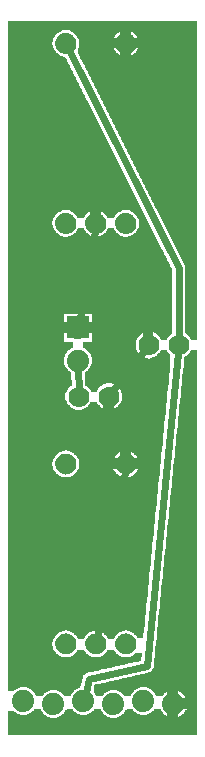
<source format=gtl>
G04 MADE WITH FRITZING*
G04 WWW.FRITZING.ORG*
G04 DOUBLE SIDED*
G04 HOLES PLATED*
G04 CONTOUR ON CENTER OF CONTOUR VECTOR*
%ASAXBY*%
%FSLAX23Y23*%
%MOIN*%
%OFA0B0*%
%SFA1.0B1.0*%
%ADD10C,0.075000*%
%ADD11C,0.070000*%
%ADD12C,0.074000*%
%ADD13C,0.024000*%
%ADD14R,0.001000X0.001000*%
%LNCOPPER1*%
G90*
G70*
G54D10*
X528Y2365D03*
X594Y488D03*
G54D11*
X508Y1342D03*
X608Y1342D03*
X274Y1170D03*
X374Y1170D03*
G54D12*
X272Y1400D03*
X272Y1290D03*
X272Y1400D03*
X272Y1290D03*
X272Y1400D03*
X272Y1290D03*
G54D11*
X231Y1747D03*
X331Y1747D03*
X431Y1747D03*
X231Y2347D03*
X431Y2347D03*
X231Y345D03*
X331Y345D03*
X431Y345D03*
X231Y945D03*
X431Y945D03*
G54D12*
X90Y155D03*
X190Y145D03*
X290Y155D03*
X390Y145D03*
X490Y155D03*
X590Y145D03*
G54D13*
X272Y1259D02*
X274Y1196D01*
D02*
X390Y1191D02*
X492Y1322D01*
D02*
X327Y1722D02*
X277Y1431D01*
D02*
X607Y1598D02*
X608Y1368D01*
D02*
X243Y2324D02*
X607Y1598D01*
D02*
X502Y271D02*
X606Y1316D01*
D02*
X309Y228D02*
X502Y271D01*
D02*
X298Y185D02*
X309Y228D01*
D02*
X427Y919D02*
X336Y370D01*
G36*
X40Y2421D02*
X40Y2393D01*
X438Y2393D01*
X438Y2391D01*
X444Y2391D01*
X444Y2389D01*
X450Y2389D01*
X450Y2387D01*
X452Y2387D01*
X452Y2385D01*
X456Y2385D01*
X456Y2383D01*
X458Y2383D01*
X458Y2381D01*
X460Y2381D01*
X460Y2379D01*
X462Y2379D01*
X462Y2377D01*
X464Y2377D01*
X464Y2375D01*
X466Y2375D01*
X466Y2373D01*
X468Y2373D01*
X468Y2371D01*
X470Y2371D01*
X470Y2367D01*
X472Y2367D01*
X472Y2363D01*
X474Y2363D01*
X474Y2357D01*
X476Y2357D01*
X476Y2339D01*
X474Y2339D01*
X474Y2333D01*
X472Y2333D01*
X472Y2329D01*
X470Y2329D01*
X470Y2325D01*
X468Y2325D01*
X468Y2323D01*
X466Y2323D01*
X466Y2321D01*
X464Y2321D01*
X464Y2317D01*
X462Y2317D01*
X462Y2315D01*
X458Y2315D01*
X458Y2313D01*
X456Y2313D01*
X456Y2311D01*
X454Y2311D01*
X454Y2309D01*
X450Y2309D01*
X450Y2307D01*
X446Y2307D01*
X446Y2305D01*
X440Y2305D01*
X440Y2303D01*
X668Y2303D01*
X668Y2421D01*
X40Y2421D01*
G37*
D02*
G36*
X40Y2393D02*
X40Y1793D01*
X438Y1793D01*
X438Y1791D01*
X446Y1791D01*
X446Y1789D01*
X450Y1789D01*
X450Y1787D01*
X452Y1787D01*
X452Y1785D01*
X456Y1785D01*
X456Y1783D01*
X458Y1783D01*
X458Y1781D01*
X460Y1781D01*
X460Y1779D01*
X462Y1779D01*
X462Y1777D01*
X464Y1777D01*
X464Y1775D01*
X466Y1775D01*
X466Y1773D01*
X468Y1773D01*
X468Y1771D01*
X470Y1771D01*
X470Y1767D01*
X472Y1767D01*
X472Y1763D01*
X474Y1763D01*
X474Y1757D01*
X476Y1757D01*
X476Y1739D01*
X474Y1739D01*
X474Y1733D01*
X472Y1733D01*
X472Y1729D01*
X470Y1729D01*
X470Y1725D01*
X468Y1725D01*
X468Y1723D01*
X466Y1723D01*
X466Y1721D01*
X464Y1721D01*
X464Y1717D01*
X462Y1717D01*
X462Y1715D01*
X458Y1715D01*
X458Y1713D01*
X456Y1713D01*
X456Y1711D01*
X454Y1711D01*
X454Y1709D01*
X450Y1709D01*
X450Y1707D01*
X446Y1707D01*
X446Y1705D01*
X440Y1705D01*
X440Y1703D01*
X530Y1703D01*
X530Y1705D01*
X528Y1705D01*
X528Y1709D01*
X526Y1709D01*
X526Y1713D01*
X524Y1713D01*
X524Y1717D01*
X522Y1717D01*
X522Y1721D01*
X520Y1721D01*
X520Y1725D01*
X518Y1725D01*
X518Y1729D01*
X516Y1729D01*
X516Y1733D01*
X514Y1733D01*
X514Y1737D01*
X512Y1737D01*
X512Y1741D01*
X510Y1741D01*
X510Y1745D01*
X508Y1745D01*
X508Y1749D01*
X506Y1749D01*
X506Y1753D01*
X504Y1753D01*
X504Y1757D01*
X502Y1757D01*
X502Y1761D01*
X500Y1761D01*
X500Y1765D01*
X498Y1765D01*
X498Y1769D01*
X496Y1769D01*
X496Y1773D01*
X494Y1773D01*
X494Y1777D01*
X492Y1777D01*
X492Y1781D01*
X490Y1781D01*
X490Y1785D01*
X488Y1785D01*
X488Y1789D01*
X486Y1789D01*
X486Y1793D01*
X484Y1793D01*
X484Y1797D01*
X482Y1797D01*
X482Y1801D01*
X480Y1801D01*
X480Y1805D01*
X478Y1805D01*
X478Y1809D01*
X476Y1809D01*
X476Y1813D01*
X474Y1813D01*
X474Y1817D01*
X472Y1817D01*
X472Y1821D01*
X470Y1821D01*
X470Y1825D01*
X468Y1825D01*
X468Y1829D01*
X466Y1829D01*
X466Y1833D01*
X464Y1833D01*
X464Y1837D01*
X462Y1837D01*
X462Y1841D01*
X460Y1841D01*
X460Y1845D01*
X458Y1845D01*
X458Y1849D01*
X456Y1849D01*
X456Y1853D01*
X454Y1853D01*
X454Y1857D01*
X452Y1857D01*
X452Y1861D01*
X450Y1861D01*
X450Y1865D01*
X448Y1865D01*
X448Y1869D01*
X446Y1869D01*
X446Y1873D01*
X444Y1873D01*
X444Y1877D01*
X442Y1877D01*
X442Y1881D01*
X440Y1881D01*
X440Y1885D01*
X438Y1885D01*
X438Y1889D01*
X436Y1889D01*
X436Y1893D01*
X434Y1893D01*
X434Y1897D01*
X432Y1897D01*
X432Y1901D01*
X430Y1901D01*
X430Y1905D01*
X428Y1905D01*
X428Y1909D01*
X426Y1909D01*
X426Y1913D01*
X424Y1913D01*
X424Y1917D01*
X422Y1917D01*
X422Y1921D01*
X420Y1921D01*
X420Y1925D01*
X418Y1925D01*
X418Y1929D01*
X416Y1929D01*
X416Y1933D01*
X414Y1933D01*
X414Y1937D01*
X412Y1937D01*
X412Y1941D01*
X410Y1941D01*
X410Y1945D01*
X408Y1945D01*
X408Y1949D01*
X406Y1949D01*
X406Y1953D01*
X404Y1953D01*
X404Y1957D01*
X402Y1957D01*
X402Y1961D01*
X400Y1961D01*
X400Y1965D01*
X398Y1965D01*
X398Y1969D01*
X396Y1969D01*
X396Y1973D01*
X394Y1973D01*
X394Y1977D01*
X392Y1977D01*
X392Y1981D01*
X390Y1981D01*
X390Y1985D01*
X388Y1985D01*
X388Y1989D01*
X386Y1989D01*
X386Y1993D01*
X384Y1993D01*
X384Y1997D01*
X382Y1997D01*
X382Y2001D01*
X380Y2001D01*
X380Y2005D01*
X378Y2005D01*
X378Y2009D01*
X376Y2009D01*
X376Y2013D01*
X374Y2013D01*
X374Y2017D01*
X372Y2017D01*
X372Y2021D01*
X370Y2021D01*
X370Y2025D01*
X368Y2025D01*
X368Y2029D01*
X366Y2029D01*
X366Y2033D01*
X364Y2033D01*
X364Y2037D01*
X362Y2037D01*
X362Y2041D01*
X360Y2041D01*
X360Y2045D01*
X358Y2045D01*
X358Y2049D01*
X356Y2049D01*
X356Y2053D01*
X354Y2053D01*
X354Y2057D01*
X352Y2057D01*
X352Y2061D01*
X350Y2061D01*
X350Y2065D01*
X348Y2065D01*
X348Y2069D01*
X346Y2069D01*
X346Y2073D01*
X344Y2073D01*
X344Y2077D01*
X342Y2077D01*
X342Y2081D01*
X340Y2081D01*
X340Y2085D01*
X338Y2085D01*
X338Y2089D01*
X336Y2089D01*
X336Y2093D01*
X334Y2093D01*
X334Y2097D01*
X332Y2097D01*
X332Y2101D01*
X330Y2101D01*
X330Y2105D01*
X328Y2105D01*
X328Y2109D01*
X326Y2109D01*
X326Y2113D01*
X324Y2113D01*
X324Y2117D01*
X322Y2117D01*
X322Y2121D01*
X320Y2121D01*
X320Y2125D01*
X318Y2125D01*
X318Y2129D01*
X316Y2129D01*
X316Y2133D01*
X314Y2133D01*
X314Y2137D01*
X312Y2137D01*
X312Y2141D01*
X310Y2141D01*
X310Y2145D01*
X308Y2145D01*
X308Y2149D01*
X306Y2149D01*
X306Y2153D01*
X304Y2153D01*
X304Y2155D01*
X302Y2155D01*
X302Y2159D01*
X300Y2159D01*
X300Y2163D01*
X298Y2163D01*
X298Y2167D01*
X296Y2167D01*
X296Y2171D01*
X294Y2171D01*
X294Y2175D01*
X292Y2175D01*
X292Y2179D01*
X290Y2179D01*
X290Y2183D01*
X288Y2183D01*
X288Y2187D01*
X286Y2187D01*
X286Y2191D01*
X284Y2191D01*
X284Y2195D01*
X282Y2195D01*
X282Y2199D01*
X280Y2199D01*
X280Y2203D01*
X278Y2203D01*
X278Y2207D01*
X276Y2207D01*
X276Y2211D01*
X274Y2211D01*
X274Y2215D01*
X272Y2215D01*
X272Y2219D01*
X270Y2219D01*
X270Y2223D01*
X268Y2223D01*
X268Y2227D01*
X266Y2227D01*
X266Y2231D01*
X264Y2231D01*
X264Y2235D01*
X262Y2235D01*
X262Y2239D01*
X260Y2239D01*
X260Y2243D01*
X258Y2243D01*
X258Y2247D01*
X256Y2247D01*
X256Y2251D01*
X254Y2251D01*
X254Y2255D01*
X252Y2255D01*
X252Y2259D01*
X250Y2259D01*
X250Y2263D01*
X248Y2263D01*
X248Y2267D01*
X246Y2267D01*
X246Y2271D01*
X244Y2271D01*
X244Y2275D01*
X242Y2275D01*
X242Y2279D01*
X240Y2279D01*
X240Y2283D01*
X238Y2283D01*
X238Y2287D01*
X236Y2287D01*
X236Y2291D01*
X234Y2291D01*
X234Y2295D01*
X232Y2295D01*
X232Y2299D01*
X230Y2299D01*
X230Y2303D01*
X222Y2303D01*
X222Y2305D01*
X216Y2305D01*
X216Y2307D01*
X212Y2307D01*
X212Y2309D01*
X210Y2309D01*
X210Y2311D01*
X206Y2311D01*
X206Y2313D01*
X204Y2313D01*
X204Y2315D01*
X202Y2315D01*
X202Y2317D01*
X200Y2317D01*
X200Y2319D01*
X198Y2319D01*
X198Y2321D01*
X196Y2321D01*
X196Y2323D01*
X194Y2323D01*
X194Y2327D01*
X192Y2327D01*
X192Y2331D01*
X190Y2331D01*
X190Y2335D01*
X188Y2335D01*
X188Y2341D01*
X186Y2341D01*
X186Y2353D01*
X188Y2353D01*
X188Y2361D01*
X190Y2361D01*
X190Y2365D01*
X192Y2365D01*
X192Y2369D01*
X194Y2369D01*
X194Y2371D01*
X196Y2371D01*
X196Y2375D01*
X198Y2375D01*
X198Y2377D01*
X200Y2377D01*
X200Y2379D01*
X202Y2379D01*
X202Y2381D01*
X204Y2381D01*
X204Y2383D01*
X208Y2383D01*
X208Y2385D01*
X210Y2385D01*
X210Y2387D01*
X214Y2387D01*
X214Y2389D01*
X218Y2389D01*
X218Y2391D01*
X224Y2391D01*
X224Y2393D01*
X40Y2393D01*
G37*
D02*
G36*
X238Y2393D02*
X238Y2391D01*
X244Y2391D01*
X244Y2389D01*
X250Y2389D01*
X250Y2387D01*
X252Y2387D01*
X252Y2385D01*
X256Y2385D01*
X256Y2383D01*
X258Y2383D01*
X258Y2381D01*
X260Y2381D01*
X260Y2379D01*
X262Y2379D01*
X262Y2377D01*
X264Y2377D01*
X264Y2375D01*
X266Y2375D01*
X266Y2373D01*
X268Y2373D01*
X268Y2371D01*
X270Y2371D01*
X270Y2367D01*
X272Y2367D01*
X272Y2363D01*
X274Y2363D01*
X274Y2357D01*
X276Y2357D01*
X276Y2339D01*
X274Y2339D01*
X274Y2333D01*
X272Y2333D01*
X272Y2313D01*
X274Y2313D01*
X274Y2309D01*
X276Y2309D01*
X276Y2305D01*
X278Y2305D01*
X278Y2303D01*
X422Y2303D01*
X422Y2305D01*
X416Y2305D01*
X416Y2307D01*
X412Y2307D01*
X412Y2309D01*
X410Y2309D01*
X410Y2311D01*
X406Y2311D01*
X406Y2313D01*
X404Y2313D01*
X404Y2315D01*
X402Y2315D01*
X402Y2317D01*
X400Y2317D01*
X400Y2319D01*
X398Y2319D01*
X398Y2321D01*
X396Y2321D01*
X396Y2323D01*
X394Y2323D01*
X394Y2327D01*
X392Y2327D01*
X392Y2331D01*
X390Y2331D01*
X390Y2335D01*
X388Y2335D01*
X388Y2341D01*
X386Y2341D01*
X386Y2355D01*
X388Y2355D01*
X388Y2361D01*
X390Y2361D01*
X390Y2365D01*
X392Y2365D01*
X392Y2369D01*
X394Y2369D01*
X394Y2371D01*
X396Y2371D01*
X396Y2375D01*
X398Y2375D01*
X398Y2377D01*
X400Y2377D01*
X400Y2379D01*
X402Y2379D01*
X402Y2381D01*
X404Y2381D01*
X404Y2383D01*
X408Y2383D01*
X408Y2385D01*
X410Y2385D01*
X410Y2387D01*
X414Y2387D01*
X414Y2389D01*
X418Y2389D01*
X418Y2391D01*
X424Y2391D01*
X424Y2393D01*
X238Y2393D01*
G37*
D02*
G36*
X278Y2303D02*
X278Y2301D01*
X668Y2301D01*
X668Y2303D01*
X278Y2303D01*
G37*
D02*
G36*
X278Y2303D02*
X278Y2301D01*
X668Y2301D01*
X668Y2303D01*
X278Y2303D01*
G37*
D02*
G36*
X280Y2301D02*
X280Y2297D01*
X282Y2297D01*
X282Y2293D01*
X284Y2293D01*
X284Y2289D01*
X286Y2289D01*
X286Y2287D01*
X288Y2287D01*
X288Y2283D01*
X290Y2283D01*
X290Y2279D01*
X292Y2279D01*
X292Y2275D01*
X294Y2275D01*
X294Y2271D01*
X296Y2271D01*
X296Y2267D01*
X298Y2267D01*
X298Y2263D01*
X300Y2263D01*
X300Y2259D01*
X302Y2259D01*
X302Y2255D01*
X304Y2255D01*
X304Y2251D01*
X306Y2251D01*
X306Y2247D01*
X308Y2247D01*
X308Y2243D01*
X310Y2243D01*
X310Y2239D01*
X312Y2239D01*
X312Y2235D01*
X314Y2235D01*
X314Y2231D01*
X316Y2231D01*
X316Y2227D01*
X318Y2227D01*
X318Y2223D01*
X320Y2223D01*
X320Y2219D01*
X322Y2219D01*
X322Y2215D01*
X324Y2215D01*
X324Y2211D01*
X326Y2211D01*
X326Y2207D01*
X328Y2207D01*
X328Y2203D01*
X330Y2203D01*
X330Y2199D01*
X332Y2199D01*
X332Y2195D01*
X334Y2195D01*
X334Y2191D01*
X336Y2191D01*
X336Y2187D01*
X338Y2187D01*
X338Y2183D01*
X340Y2183D01*
X340Y2179D01*
X342Y2179D01*
X342Y2175D01*
X344Y2175D01*
X344Y2171D01*
X346Y2171D01*
X346Y2167D01*
X348Y2167D01*
X348Y2163D01*
X350Y2163D01*
X350Y2159D01*
X352Y2159D01*
X352Y2155D01*
X354Y2155D01*
X354Y2151D01*
X356Y2151D01*
X356Y2147D01*
X358Y2147D01*
X358Y2143D01*
X360Y2143D01*
X360Y2139D01*
X362Y2139D01*
X362Y2135D01*
X364Y2135D01*
X364Y2131D01*
X366Y2131D01*
X366Y2127D01*
X368Y2127D01*
X368Y2123D01*
X370Y2123D01*
X370Y2119D01*
X372Y2119D01*
X372Y2115D01*
X374Y2115D01*
X374Y2111D01*
X376Y2111D01*
X376Y2107D01*
X378Y2107D01*
X378Y2103D01*
X380Y2103D01*
X380Y2099D01*
X382Y2099D01*
X382Y2095D01*
X384Y2095D01*
X384Y2091D01*
X386Y2091D01*
X386Y2087D01*
X388Y2087D01*
X388Y2083D01*
X390Y2083D01*
X390Y2079D01*
X392Y2079D01*
X392Y2075D01*
X394Y2075D01*
X394Y2071D01*
X396Y2071D01*
X396Y2067D01*
X398Y2067D01*
X398Y2063D01*
X400Y2063D01*
X400Y2059D01*
X402Y2059D01*
X402Y2055D01*
X404Y2055D01*
X404Y2051D01*
X406Y2051D01*
X406Y2047D01*
X408Y2047D01*
X408Y2043D01*
X410Y2043D01*
X410Y2039D01*
X412Y2039D01*
X412Y2035D01*
X414Y2035D01*
X414Y2031D01*
X416Y2031D01*
X416Y2027D01*
X418Y2027D01*
X418Y2023D01*
X420Y2023D01*
X420Y2019D01*
X422Y2019D01*
X422Y2015D01*
X424Y2015D01*
X424Y2011D01*
X426Y2011D01*
X426Y2007D01*
X428Y2007D01*
X428Y2003D01*
X430Y2003D01*
X430Y1999D01*
X432Y1999D01*
X432Y1995D01*
X434Y1995D01*
X434Y1991D01*
X436Y1991D01*
X436Y1987D01*
X438Y1987D01*
X438Y1983D01*
X440Y1983D01*
X440Y1979D01*
X442Y1979D01*
X442Y1975D01*
X444Y1975D01*
X444Y1971D01*
X446Y1971D01*
X446Y1967D01*
X448Y1967D01*
X448Y1963D01*
X450Y1963D01*
X450Y1959D01*
X452Y1959D01*
X452Y1955D01*
X454Y1955D01*
X454Y1951D01*
X456Y1951D01*
X456Y1947D01*
X458Y1947D01*
X458Y1943D01*
X460Y1943D01*
X460Y1939D01*
X462Y1939D01*
X462Y1935D01*
X464Y1935D01*
X464Y1931D01*
X466Y1931D01*
X466Y1927D01*
X468Y1927D01*
X468Y1923D01*
X470Y1923D01*
X470Y1919D01*
X472Y1919D01*
X472Y1915D01*
X474Y1915D01*
X474Y1911D01*
X476Y1911D01*
X476Y1907D01*
X478Y1907D01*
X478Y1903D01*
X480Y1903D01*
X480Y1899D01*
X482Y1899D01*
X482Y1895D01*
X484Y1895D01*
X484Y1891D01*
X486Y1891D01*
X486Y1887D01*
X488Y1887D01*
X488Y1883D01*
X490Y1883D01*
X490Y1879D01*
X492Y1879D01*
X492Y1875D01*
X494Y1875D01*
X494Y1871D01*
X496Y1871D01*
X496Y1867D01*
X498Y1867D01*
X498Y1863D01*
X500Y1863D01*
X500Y1859D01*
X502Y1859D01*
X502Y1855D01*
X504Y1855D01*
X504Y1851D01*
X506Y1851D01*
X506Y1847D01*
X508Y1847D01*
X508Y1843D01*
X510Y1843D01*
X510Y1839D01*
X512Y1839D01*
X512Y1835D01*
X514Y1835D01*
X514Y1831D01*
X516Y1831D01*
X516Y1827D01*
X518Y1827D01*
X518Y1823D01*
X520Y1823D01*
X520Y1819D01*
X522Y1819D01*
X522Y1815D01*
X524Y1815D01*
X524Y1811D01*
X526Y1811D01*
X526Y1807D01*
X528Y1807D01*
X528Y1803D01*
X530Y1803D01*
X530Y1799D01*
X532Y1799D01*
X532Y1795D01*
X534Y1795D01*
X534Y1791D01*
X536Y1791D01*
X536Y1789D01*
X538Y1789D01*
X538Y1785D01*
X540Y1785D01*
X540Y1781D01*
X542Y1781D01*
X542Y1777D01*
X544Y1777D01*
X544Y1773D01*
X546Y1773D01*
X546Y1769D01*
X548Y1769D01*
X548Y1765D01*
X550Y1765D01*
X550Y1761D01*
X552Y1761D01*
X552Y1757D01*
X554Y1757D01*
X554Y1753D01*
X556Y1753D01*
X556Y1749D01*
X558Y1749D01*
X558Y1745D01*
X560Y1745D01*
X560Y1741D01*
X562Y1741D01*
X562Y1737D01*
X564Y1737D01*
X564Y1733D01*
X566Y1733D01*
X566Y1729D01*
X568Y1729D01*
X568Y1725D01*
X570Y1725D01*
X570Y1721D01*
X572Y1721D01*
X572Y1717D01*
X574Y1717D01*
X574Y1713D01*
X576Y1713D01*
X576Y1709D01*
X578Y1709D01*
X578Y1705D01*
X580Y1705D01*
X580Y1701D01*
X582Y1701D01*
X582Y1697D01*
X584Y1697D01*
X584Y1693D01*
X586Y1693D01*
X586Y1689D01*
X588Y1689D01*
X588Y1685D01*
X590Y1685D01*
X590Y1681D01*
X592Y1681D01*
X592Y1677D01*
X594Y1677D01*
X594Y1673D01*
X596Y1673D01*
X596Y1669D01*
X598Y1669D01*
X598Y1665D01*
X600Y1665D01*
X600Y1661D01*
X602Y1661D01*
X602Y1657D01*
X604Y1657D01*
X604Y1653D01*
X606Y1653D01*
X606Y1649D01*
X608Y1649D01*
X608Y1645D01*
X610Y1645D01*
X610Y1641D01*
X612Y1641D01*
X612Y1637D01*
X614Y1637D01*
X614Y1633D01*
X616Y1633D01*
X616Y1629D01*
X618Y1629D01*
X618Y1625D01*
X620Y1625D01*
X620Y1621D01*
X622Y1621D01*
X622Y1617D01*
X624Y1617D01*
X624Y1613D01*
X626Y1613D01*
X626Y1609D01*
X628Y1609D01*
X628Y1603D01*
X630Y1603D01*
X630Y1381D01*
X632Y1381D01*
X632Y1379D01*
X634Y1379D01*
X634Y1377D01*
X636Y1377D01*
X636Y1375D01*
X638Y1375D01*
X638Y1373D01*
X640Y1373D01*
X640Y1371D01*
X642Y1371D01*
X642Y1369D01*
X644Y1369D01*
X644Y1367D01*
X646Y1367D01*
X646Y1363D01*
X648Y1363D01*
X648Y1359D01*
X668Y1359D01*
X668Y2301D01*
X280Y2301D01*
G37*
D02*
G36*
X40Y1793D02*
X40Y1703D01*
X222Y1703D01*
X222Y1705D01*
X216Y1705D01*
X216Y1707D01*
X212Y1707D01*
X212Y1709D01*
X210Y1709D01*
X210Y1711D01*
X206Y1711D01*
X206Y1713D01*
X204Y1713D01*
X204Y1715D01*
X202Y1715D01*
X202Y1717D01*
X200Y1717D01*
X200Y1719D01*
X198Y1719D01*
X198Y1721D01*
X196Y1721D01*
X196Y1723D01*
X194Y1723D01*
X194Y1727D01*
X192Y1727D01*
X192Y1731D01*
X190Y1731D01*
X190Y1735D01*
X188Y1735D01*
X188Y1741D01*
X186Y1741D01*
X186Y1755D01*
X188Y1755D01*
X188Y1761D01*
X190Y1761D01*
X190Y1765D01*
X192Y1765D01*
X192Y1769D01*
X194Y1769D01*
X194Y1771D01*
X196Y1771D01*
X196Y1775D01*
X198Y1775D01*
X198Y1777D01*
X200Y1777D01*
X200Y1779D01*
X202Y1779D01*
X202Y1781D01*
X204Y1781D01*
X204Y1783D01*
X206Y1783D01*
X206Y1785D01*
X210Y1785D01*
X210Y1787D01*
X214Y1787D01*
X214Y1789D01*
X218Y1789D01*
X218Y1791D01*
X224Y1791D01*
X224Y1793D01*
X40Y1793D01*
G37*
D02*
G36*
X238Y1793D02*
X238Y1791D01*
X246Y1791D01*
X246Y1789D01*
X250Y1789D01*
X250Y1787D01*
X252Y1787D01*
X252Y1785D01*
X256Y1785D01*
X256Y1783D01*
X258Y1783D01*
X258Y1781D01*
X260Y1781D01*
X260Y1779D01*
X262Y1779D01*
X262Y1777D01*
X264Y1777D01*
X264Y1775D01*
X266Y1775D01*
X266Y1773D01*
X268Y1773D01*
X268Y1771D01*
X270Y1771D01*
X270Y1767D01*
X272Y1767D01*
X272Y1765D01*
X292Y1765D01*
X292Y1769D01*
X294Y1769D01*
X294Y1771D01*
X296Y1771D01*
X296Y1775D01*
X298Y1775D01*
X298Y1777D01*
X300Y1777D01*
X300Y1779D01*
X302Y1779D01*
X302Y1781D01*
X304Y1781D01*
X304Y1783D01*
X306Y1783D01*
X306Y1785D01*
X310Y1785D01*
X310Y1787D01*
X314Y1787D01*
X314Y1789D01*
X318Y1789D01*
X318Y1791D01*
X324Y1791D01*
X324Y1793D01*
X238Y1793D01*
G37*
D02*
G36*
X338Y1793D02*
X338Y1791D01*
X346Y1791D01*
X346Y1789D01*
X350Y1789D01*
X350Y1787D01*
X352Y1787D01*
X352Y1785D01*
X356Y1785D01*
X356Y1783D01*
X358Y1783D01*
X358Y1781D01*
X360Y1781D01*
X360Y1779D01*
X362Y1779D01*
X362Y1777D01*
X364Y1777D01*
X364Y1775D01*
X366Y1775D01*
X366Y1773D01*
X368Y1773D01*
X368Y1771D01*
X370Y1771D01*
X370Y1767D01*
X372Y1767D01*
X372Y1765D01*
X392Y1765D01*
X392Y1769D01*
X394Y1769D01*
X394Y1771D01*
X396Y1771D01*
X396Y1775D01*
X398Y1775D01*
X398Y1777D01*
X400Y1777D01*
X400Y1779D01*
X402Y1779D01*
X402Y1781D01*
X404Y1781D01*
X404Y1783D01*
X406Y1783D01*
X406Y1785D01*
X410Y1785D01*
X410Y1787D01*
X414Y1787D01*
X414Y1789D01*
X418Y1789D01*
X418Y1791D01*
X424Y1791D01*
X424Y1793D01*
X338Y1793D01*
G37*
D02*
G36*
X272Y1731D02*
X272Y1729D01*
X270Y1729D01*
X270Y1725D01*
X268Y1725D01*
X268Y1723D01*
X266Y1723D01*
X266Y1721D01*
X264Y1721D01*
X264Y1717D01*
X262Y1717D01*
X262Y1715D01*
X258Y1715D01*
X258Y1713D01*
X256Y1713D01*
X256Y1711D01*
X254Y1711D01*
X254Y1709D01*
X250Y1709D01*
X250Y1707D01*
X246Y1707D01*
X246Y1705D01*
X240Y1705D01*
X240Y1703D01*
X322Y1703D01*
X322Y1705D01*
X316Y1705D01*
X316Y1707D01*
X312Y1707D01*
X312Y1709D01*
X310Y1709D01*
X310Y1711D01*
X306Y1711D01*
X306Y1713D01*
X304Y1713D01*
X304Y1715D01*
X302Y1715D01*
X302Y1717D01*
X300Y1717D01*
X300Y1719D01*
X298Y1719D01*
X298Y1721D01*
X296Y1721D01*
X296Y1723D01*
X294Y1723D01*
X294Y1727D01*
X292Y1727D01*
X292Y1731D01*
X272Y1731D01*
G37*
D02*
G36*
X372Y1731D02*
X372Y1729D01*
X370Y1729D01*
X370Y1725D01*
X368Y1725D01*
X368Y1723D01*
X366Y1723D01*
X366Y1721D01*
X364Y1721D01*
X364Y1717D01*
X362Y1717D01*
X362Y1715D01*
X358Y1715D01*
X358Y1713D01*
X356Y1713D01*
X356Y1711D01*
X354Y1711D01*
X354Y1709D01*
X350Y1709D01*
X350Y1707D01*
X346Y1707D01*
X346Y1705D01*
X340Y1705D01*
X340Y1703D01*
X422Y1703D01*
X422Y1705D01*
X416Y1705D01*
X416Y1707D01*
X412Y1707D01*
X412Y1709D01*
X410Y1709D01*
X410Y1711D01*
X406Y1711D01*
X406Y1713D01*
X404Y1713D01*
X404Y1715D01*
X402Y1715D01*
X402Y1717D01*
X400Y1717D01*
X400Y1719D01*
X398Y1719D01*
X398Y1721D01*
X396Y1721D01*
X396Y1723D01*
X394Y1723D01*
X394Y1727D01*
X392Y1727D01*
X392Y1731D01*
X372Y1731D01*
G37*
D02*
G36*
X40Y1703D02*
X40Y1701D01*
X530Y1701D01*
X530Y1703D01*
X40Y1703D01*
G37*
D02*
G36*
X40Y1703D02*
X40Y1701D01*
X530Y1701D01*
X530Y1703D01*
X40Y1703D01*
G37*
D02*
G36*
X40Y1703D02*
X40Y1701D01*
X530Y1701D01*
X530Y1703D01*
X40Y1703D01*
G37*
D02*
G36*
X40Y1703D02*
X40Y1701D01*
X530Y1701D01*
X530Y1703D01*
X40Y1703D01*
G37*
D02*
G36*
X40Y1701D02*
X40Y1447D01*
X318Y1447D01*
X318Y1387D01*
X518Y1387D01*
X518Y1385D01*
X524Y1385D01*
X524Y1383D01*
X528Y1383D01*
X528Y1381D01*
X532Y1381D01*
X532Y1379D01*
X534Y1379D01*
X534Y1377D01*
X536Y1377D01*
X536Y1375D01*
X538Y1375D01*
X538Y1373D01*
X540Y1373D01*
X540Y1371D01*
X542Y1371D01*
X542Y1369D01*
X544Y1369D01*
X544Y1367D01*
X546Y1367D01*
X546Y1363D01*
X548Y1363D01*
X548Y1359D01*
X568Y1359D01*
X568Y1363D01*
X570Y1363D01*
X570Y1365D01*
X572Y1365D01*
X572Y1369D01*
X574Y1369D01*
X574Y1371D01*
X576Y1371D01*
X576Y1373D01*
X578Y1373D01*
X578Y1375D01*
X580Y1375D01*
X580Y1377D01*
X582Y1377D01*
X582Y1379D01*
X586Y1379D01*
X586Y1595D01*
X584Y1595D01*
X584Y1599D01*
X582Y1599D01*
X582Y1603D01*
X580Y1603D01*
X580Y1607D01*
X578Y1607D01*
X578Y1611D01*
X576Y1611D01*
X576Y1615D01*
X574Y1615D01*
X574Y1619D01*
X572Y1619D01*
X572Y1623D01*
X570Y1623D01*
X570Y1627D01*
X568Y1627D01*
X568Y1631D01*
X566Y1631D01*
X566Y1635D01*
X564Y1635D01*
X564Y1639D01*
X562Y1639D01*
X562Y1643D01*
X560Y1643D01*
X560Y1647D01*
X558Y1647D01*
X558Y1651D01*
X556Y1651D01*
X556Y1655D01*
X554Y1655D01*
X554Y1659D01*
X552Y1659D01*
X552Y1661D01*
X550Y1661D01*
X550Y1665D01*
X548Y1665D01*
X548Y1669D01*
X546Y1669D01*
X546Y1673D01*
X544Y1673D01*
X544Y1677D01*
X542Y1677D01*
X542Y1681D01*
X540Y1681D01*
X540Y1685D01*
X538Y1685D01*
X538Y1689D01*
X536Y1689D01*
X536Y1693D01*
X534Y1693D01*
X534Y1697D01*
X532Y1697D01*
X532Y1701D01*
X40Y1701D01*
G37*
D02*
G36*
X40Y1447D02*
X40Y1125D01*
X268Y1125D01*
X268Y1127D01*
X262Y1127D01*
X262Y1129D01*
X256Y1129D01*
X256Y1131D01*
X254Y1131D01*
X254Y1133D01*
X250Y1133D01*
X250Y1135D01*
X248Y1135D01*
X248Y1137D01*
X246Y1137D01*
X246Y1139D01*
X244Y1139D01*
X244Y1141D01*
X242Y1141D01*
X242Y1143D01*
X240Y1143D01*
X240Y1145D01*
X238Y1145D01*
X238Y1147D01*
X236Y1147D01*
X236Y1151D01*
X234Y1151D01*
X234Y1155D01*
X232Y1155D01*
X232Y1159D01*
X230Y1159D01*
X230Y1181D01*
X232Y1181D01*
X232Y1187D01*
X234Y1187D01*
X234Y1191D01*
X236Y1191D01*
X236Y1193D01*
X238Y1193D01*
X238Y1197D01*
X240Y1197D01*
X240Y1199D01*
X242Y1199D01*
X242Y1201D01*
X244Y1201D01*
X244Y1203D01*
X246Y1203D01*
X246Y1205D01*
X248Y1205D01*
X248Y1207D01*
X252Y1207D01*
X252Y1227D01*
X250Y1227D01*
X250Y1251D01*
X246Y1251D01*
X246Y1253D01*
X244Y1253D01*
X244Y1255D01*
X242Y1255D01*
X242Y1257D01*
X240Y1257D01*
X240Y1259D01*
X238Y1259D01*
X238Y1261D01*
X236Y1261D01*
X236Y1263D01*
X234Y1263D01*
X234Y1265D01*
X232Y1265D01*
X232Y1269D01*
X230Y1269D01*
X230Y1273D01*
X228Y1273D01*
X228Y1277D01*
X226Y1277D01*
X226Y1287D01*
X224Y1287D01*
X224Y1295D01*
X226Y1295D01*
X226Y1303D01*
X228Y1303D01*
X228Y1309D01*
X230Y1309D01*
X230Y1311D01*
X232Y1311D01*
X232Y1315D01*
X234Y1315D01*
X234Y1317D01*
X236Y1317D01*
X236Y1321D01*
X238Y1321D01*
X238Y1323D01*
X240Y1323D01*
X240Y1325D01*
X242Y1325D01*
X242Y1327D01*
X246Y1327D01*
X246Y1329D01*
X248Y1329D01*
X248Y1331D01*
X252Y1331D01*
X252Y1333D01*
X256Y1333D01*
X256Y1353D01*
X226Y1353D01*
X226Y1355D01*
X224Y1355D01*
X224Y1447D01*
X40Y1447D01*
G37*
D02*
G36*
X318Y1387D02*
X318Y1353D01*
X288Y1353D01*
X288Y1333D01*
X292Y1333D01*
X292Y1331D01*
X296Y1331D01*
X296Y1329D01*
X298Y1329D01*
X298Y1327D01*
X300Y1327D01*
X300Y1325D01*
X302Y1325D01*
X302Y1323D01*
X304Y1323D01*
X304Y1321D01*
X306Y1321D01*
X306Y1319D01*
X308Y1319D01*
X308Y1317D01*
X310Y1317D01*
X310Y1315D01*
X312Y1315D01*
X312Y1311D01*
X314Y1311D01*
X314Y1307D01*
X316Y1307D01*
X316Y1301D01*
X318Y1301D01*
X318Y1297D01*
X504Y1297D01*
X504Y1299D01*
X496Y1299D01*
X496Y1301D01*
X492Y1301D01*
X492Y1303D01*
X488Y1303D01*
X488Y1305D01*
X484Y1305D01*
X484Y1307D01*
X482Y1307D01*
X482Y1309D01*
X480Y1309D01*
X480Y1311D01*
X478Y1311D01*
X478Y1313D01*
X476Y1313D01*
X476Y1315D01*
X474Y1315D01*
X474Y1317D01*
X472Y1317D01*
X472Y1319D01*
X470Y1319D01*
X470Y1323D01*
X468Y1323D01*
X468Y1327D01*
X466Y1327D01*
X466Y1331D01*
X464Y1331D01*
X464Y1353D01*
X466Y1353D01*
X466Y1359D01*
X468Y1359D01*
X468Y1363D01*
X470Y1363D01*
X470Y1365D01*
X472Y1365D01*
X472Y1369D01*
X474Y1369D01*
X474Y1371D01*
X476Y1371D01*
X476Y1373D01*
X478Y1373D01*
X478Y1375D01*
X480Y1375D01*
X480Y1377D01*
X482Y1377D01*
X482Y1379D01*
X486Y1379D01*
X486Y1381D01*
X488Y1381D01*
X488Y1383D01*
X492Y1383D01*
X492Y1385D01*
X498Y1385D01*
X498Y1387D01*
X318Y1387D01*
G37*
D02*
G36*
X548Y1325D02*
X548Y1323D01*
X546Y1323D01*
X546Y1319D01*
X544Y1319D01*
X544Y1317D01*
X542Y1317D01*
X542Y1315D01*
X540Y1315D01*
X540Y1311D01*
X536Y1311D01*
X536Y1309D01*
X534Y1309D01*
X534Y1307D01*
X532Y1307D01*
X532Y1305D01*
X528Y1305D01*
X528Y1303D01*
X526Y1303D01*
X526Y1301D01*
X520Y1301D01*
X520Y1299D01*
X512Y1299D01*
X512Y1297D01*
X580Y1297D01*
X580Y1311D01*
X578Y1311D01*
X578Y1313D01*
X576Y1313D01*
X576Y1315D01*
X574Y1315D01*
X574Y1317D01*
X572Y1317D01*
X572Y1319D01*
X570Y1319D01*
X570Y1323D01*
X568Y1323D01*
X568Y1325D01*
X548Y1325D01*
G37*
D02*
G36*
X318Y1297D02*
X318Y1295D01*
X580Y1295D01*
X580Y1297D01*
X318Y1297D01*
G37*
D02*
G36*
X318Y1297D02*
X318Y1295D01*
X580Y1295D01*
X580Y1297D01*
X318Y1297D01*
G37*
D02*
G36*
X318Y1295D02*
X318Y1279D01*
X316Y1279D01*
X316Y1275D01*
X314Y1275D01*
X314Y1271D01*
X312Y1271D01*
X312Y1267D01*
X310Y1267D01*
X310Y1265D01*
X308Y1265D01*
X308Y1261D01*
X306Y1261D01*
X306Y1259D01*
X304Y1259D01*
X304Y1257D01*
X302Y1257D01*
X302Y1255D01*
X300Y1255D01*
X300Y1253D01*
X296Y1253D01*
X296Y1251D01*
X294Y1251D01*
X294Y1227D01*
X296Y1227D01*
X296Y1215D01*
X384Y1215D01*
X384Y1213D01*
X390Y1213D01*
X390Y1211D01*
X394Y1211D01*
X394Y1209D01*
X398Y1209D01*
X398Y1207D01*
X400Y1207D01*
X400Y1205D01*
X402Y1205D01*
X402Y1203D01*
X404Y1203D01*
X404Y1201D01*
X406Y1201D01*
X406Y1199D01*
X408Y1199D01*
X408Y1197D01*
X410Y1197D01*
X410Y1195D01*
X412Y1195D01*
X412Y1191D01*
X414Y1191D01*
X414Y1187D01*
X416Y1187D01*
X416Y1183D01*
X418Y1183D01*
X418Y1175D01*
X420Y1175D01*
X420Y1165D01*
X418Y1165D01*
X418Y1157D01*
X416Y1157D01*
X416Y1153D01*
X414Y1153D01*
X414Y1149D01*
X412Y1149D01*
X412Y1147D01*
X410Y1147D01*
X410Y1145D01*
X408Y1145D01*
X408Y1141D01*
X406Y1141D01*
X406Y1139D01*
X404Y1139D01*
X404Y1137D01*
X400Y1137D01*
X400Y1135D01*
X398Y1135D01*
X398Y1133D01*
X396Y1133D01*
X396Y1131D01*
X392Y1131D01*
X392Y1129D01*
X388Y1129D01*
X388Y1127D01*
X380Y1127D01*
X380Y1125D01*
X564Y1125D01*
X564Y1129D01*
X566Y1129D01*
X566Y1149D01*
X568Y1149D01*
X568Y1169D01*
X570Y1169D01*
X570Y1189D01*
X572Y1189D01*
X572Y1209D01*
X574Y1209D01*
X574Y1229D01*
X576Y1229D01*
X576Y1249D01*
X578Y1249D01*
X578Y1271D01*
X580Y1271D01*
X580Y1295D01*
X318Y1295D01*
G37*
D02*
G36*
X296Y1215D02*
X296Y1207D01*
X300Y1207D01*
X300Y1205D01*
X302Y1205D01*
X302Y1203D01*
X304Y1203D01*
X304Y1201D01*
X306Y1201D01*
X306Y1199D01*
X308Y1199D01*
X308Y1197D01*
X310Y1197D01*
X310Y1195D01*
X312Y1195D01*
X312Y1191D01*
X314Y1191D01*
X314Y1187D01*
X334Y1187D01*
X334Y1191D01*
X336Y1191D01*
X336Y1193D01*
X338Y1193D01*
X338Y1197D01*
X340Y1197D01*
X340Y1199D01*
X342Y1199D01*
X342Y1201D01*
X344Y1201D01*
X344Y1203D01*
X346Y1203D01*
X346Y1205D01*
X348Y1205D01*
X348Y1207D01*
X352Y1207D01*
X352Y1209D01*
X354Y1209D01*
X354Y1211D01*
X358Y1211D01*
X358Y1213D01*
X364Y1213D01*
X364Y1215D01*
X296Y1215D01*
G37*
D02*
G36*
X314Y1153D02*
X314Y1151D01*
X312Y1151D01*
X312Y1147D01*
X310Y1147D01*
X310Y1145D01*
X308Y1145D01*
X308Y1141D01*
X306Y1141D01*
X306Y1139D01*
X304Y1139D01*
X304Y1137D01*
X300Y1137D01*
X300Y1135D01*
X298Y1135D01*
X298Y1133D01*
X296Y1133D01*
X296Y1131D01*
X292Y1131D01*
X292Y1129D01*
X286Y1129D01*
X286Y1127D01*
X280Y1127D01*
X280Y1125D01*
X370Y1125D01*
X370Y1127D01*
X362Y1127D01*
X362Y1129D01*
X358Y1129D01*
X358Y1131D01*
X354Y1131D01*
X354Y1133D01*
X350Y1133D01*
X350Y1135D01*
X348Y1135D01*
X348Y1137D01*
X346Y1137D01*
X346Y1139D01*
X344Y1139D01*
X344Y1141D01*
X342Y1141D01*
X342Y1143D01*
X340Y1143D01*
X340Y1145D01*
X338Y1145D01*
X338Y1147D01*
X336Y1147D01*
X336Y1151D01*
X334Y1151D01*
X334Y1153D01*
X314Y1153D01*
G37*
D02*
G36*
X40Y1125D02*
X40Y1123D01*
X564Y1123D01*
X564Y1125D01*
X40Y1125D01*
G37*
D02*
G36*
X40Y1125D02*
X40Y1123D01*
X564Y1123D01*
X564Y1125D01*
X40Y1125D01*
G37*
D02*
G36*
X40Y1125D02*
X40Y1123D01*
X564Y1123D01*
X564Y1125D01*
X40Y1125D01*
G37*
D02*
G36*
X40Y1123D02*
X40Y991D01*
X434Y991D01*
X434Y989D01*
X444Y989D01*
X444Y987D01*
X448Y987D01*
X448Y985D01*
X452Y985D01*
X452Y983D01*
X454Y983D01*
X454Y981D01*
X458Y981D01*
X458Y979D01*
X460Y979D01*
X460Y977D01*
X462Y977D01*
X462Y975D01*
X464Y975D01*
X464Y973D01*
X466Y973D01*
X466Y971D01*
X468Y971D01*
X468Y967D01*
X470Y967D01*
X470Y965D01*
X472Y965D01*
X472Y961D01*
X474Y961D01*
X474Y955D01*
X476Y955D01*
X476Y935D01*
X474Y935D01*
X474Y929D01*
X472Y929D01*
X472Y925D01*
X470Y925D01*
X470Y923D01*
X468Y923D01*
X468Y919D01*
X466Y919D01*
X466Y917D01*
X464Y917D01*
X464Y915D01*
X462Y915D01*
X462Y913D01*
X460Y913D01*
X460Y911D01*
X458Y911D01*
X458Y909D01*
X454Y909D01*
X454Y907D01*
X452Y907D01*
X452Y905D01*
X448Y905D01*
X448Y903D01*
X442Y903D01*
X442Y901D01*
X542Y901D01*
X542Y907D01*
X544Y907D01*
X544Y927D01*
X546Y927D01*
X546Y947D01*
X548Y947D01*
X548Y967D01*
X550Y967D01*
X550Y987D01*
X552Y987D01*
X552Y1007D01*
X554Y1007D01*
X554Y1027D01*
X556Y1027D01*
X556Y1049D01*
X558Y1049D01*
X558Y1069D01*
X560Y1069D01*
X560Y1089D01*
X562Y1089D01*
X562Y1109D01*
X564Y1109D01*
X564Y1123D01*
X40Y1123D01*
G37*
D02*
G36*
X40Y991D02*
X40Y901D01*
X220Y901D01*
X220Y903D01*
X216Y903D01*
X216Y905D01*
X212Y905D01*
X212Y907D01*
X208Y907D01*
X208Y909D01*
X206Y909D01*
X206Y911D01*
X204Y911D01*
X204Y913D01*
X200Y913D01*
X200Y917D01*
X198Y917D01*
X198Y919D01*
X196Y919D01*
X196Y921D01*
X194Y921D01*
X194Y923D01*
X192Y923D01*
X192Y927D01*
X190Y927D01*
X190Y931D01*
X188Y931D01*
X188Y939D01*
X186Y939D01*
X186Y951D01*
X188Y951D01*
X188Y959D01*
X190Y959D01*
X190Y963D01*
X192Y963D01*
X192Y967D01*
X194Y967D01*
X194Y969D01*
X196Y969D01*
X196Y971D01*
X198Y971D01*
X198Y975D01*
X200Y975D01*
X200Y977D01*
X202Y977D01*
X202Y979D01*
X206Y979D01*
X206Y981D01*
X208Y981D01*
X208Y983D01*
X210Y983D01*
X210Y985D01*
X214Y985D01*
X214Y987D01*
X220Y987D01*
X220Y989D01*
X228Y989D01*
X228Y991D01*
X40Y991D01*
G37*
D02*
G36*
X234Y991D02*
X234Y989D01*
X244Y989D01*
X244Y987D01*
X248Y987D01*
X248Y985D01*
X252Y985D01*
X252Y983D01*
X254Y983D01*
X254Y981D01*
X258Y981D01*
X258Y979D01*
X260Y979D01*
X260Y977D01*
X262Y977D01*
X262Y975D01*
X264Y975D01*
X264Y973D01*
X266Y973D01*
X266Y971D01*
X268Y971D01*
X268Y967D01*
X270Y967D01*
X270Y965D01*
X272Y965D01*
X272Y961D01*
X274Y961D01*
X274Y955D01*
X276Y955D01*
X276Y935D01*
X274Y935D01*
X274Y929D01*
X272Y929D01*
X272Y925D01*
X270Y925D01*
X270Y923D01*
X268Y923D01*
X268Y919D01*
X266Y919D01*
X266Y917D01*
X264Y917D01*
X264Y915D01*
X262Y915D01*
X262Y913D01*
X260Y913D01*
X260Y911D01*
X258Y911D01*
X258Y909D01*
X254Y909D01*
X254Y907D01*
X252Y907D01*
X252Y905D01*
X248Y905D01*
X248Y903D01*
X242Y903D01*
X242Y901D01*
X420Y901D01*
X420Y903D01*
X416Y903D01*
X416Y905D01*
X412Y905D01*
X412Y907D01*
X408Y907D01*
X408Y909D01*
X406Y909D01*
X406Y911D01*
X404Y911D01*
X404Y913D01*
X400Y913D01*
X400Y917D01*
X398Y917D01*
X398Y919D01*
X396Y919D01*
X396Y921D01*
X394Y921D01*
X394Y923D01*
X392Y923D01*
X392Y927D01*
X390Y927D01*
X390Y931D01*
X388Y931D01*
X388Y939D01*
X386Y939D01*
X386Y951D01*
X388Y951D01*
X388Y959D01*
X390Y959D01*
X390Y963D01*
X392Y963D01*
X392Y967D01*
X394Y967D01*
X394Y969D01*
X396Y969D01*
X396Y971D01*
X398Y971D01*
X398Y975D01*
X400Y975D01*
X400Y977D01*
X402Y977D01*
X402Y979D01*
X406Y979D01*
X406Y981D01*
X408Y981D01*
X408Y983D01*
X410Y983D01*
X410Y985D01*
X414Y985D01*
X414Y987D01*
X420Y987D01*
X420Y989D01*
X428Y989D01*
X428Y991D01*
X234Y991D01*
G37*
D02*
G36*
X40Y901D02*
X40Y899D01*
X542Y899D01*
X542Y901D01*
X40Y901D01*
G37*
D02*
G36*
X40Y901D02*
X40Y899D01*
X542Y899D01*
X542Y901D01*
X40Y901D01*
G37*
D02*
G36*
X40Y901D02*
X40Y899D01*
X542Y899D01*
X542Y901D01*
X40Y901D01*
G37*
D02*
G36*
X40Y899D02*
X40Y391D01*
X434Y391D01*
X434Y389D01*
X444Y389D01*
X444Y387D01*
X448Y387D01*
X448Y385D01*
X452Y385D01*
X452Y383D01*
X454Y383D01*
X454Y381D01*
X458Y381D01*
X458Y379D01*
X460Y379D01*
X460Y377D01*
X462Y377D01*
X462Y375D01*
X464Y375D01*
X464Y373D01*
X466Y373D01*
X466Y371D01*
X468Y371D01*
X468Y367D01*
X470Y367D01*
X470Y365D01*
X490Y365D01*
X490Y383D01*
X492Y383D01*
X492Y403D01*
X494Y403D01*
X494Y423D01*
X496Y423D01*
X496Y443D01*
X498Y443D01*
X498Y463D01*
X500Y463D01*
X500Y483D01*
X502Y483D01*
X502Y503D01*
X504Y503D01*
X504Y523D01*
X506Y523D01*
X506Y543D01*
X508Y543D01*
X508Y563D01*
X510Y563D01*
X510Y585D01*
X512Y585D01*
X512Y605D01*
X514Y605D01*
X514Y625D01*
X516Y625D01*
X516Y645D01*
X518Y645D01*
X518Y665D01*
X520Y665D01*
X520Y685D01*
X522Y685D01*
X522Y705D01*
X524Y705D01*
X524Y725D01*
X526Y725D01*
X526Y745D01*
X528Y745D01*
X528Y765D01*
X530Y765D01*
X530Y785D01*
X532Y785D01*
X532Y805D01*
X534Y805D01*
X534Y827D01*
X536Y827D01*
X536Y847D01*
X538Y847D01*
X538Y867D01*
X540Y867D01*
X540Y887D01*
X542Y887D01*
X542Y899D01*
X40Y899D01*
G37*
D02*
G36*
X40Y391D02*
X40Y301D01*
X220Y301D01*
X220Y303D01*
X216Y303D01*
X216Y305D01*
X212Y305D01*
X212Y307D01*
X208Y307D01*
X208Y309D01*
X206Y309D01*
X206Y311D01*
X204Y311D01*
X204Y313D01*
X200Y313D01*
X200Y317D01*
X198Y317D01*
X198Y319D01*
X196Y319D01*
X196Y321D01*
X194Y321D01*
X194Y323D01*
X192Y323D01*
X192Y327D01*
X190Y327D01*
X190Y331D01*
X188Y331D01*
X188Y339D01*
X186Y339D01*
X186Y351D01*
X188Y351D01*
X188Y359D01*
X190Y359D01*
X190Y363D01*
X192Y363D01*
X192Y367D01*
X194Y367D01*
X194Y369D01*
X196Y369D01*
X196Y371D01*
X198Y371D01*
X198Y375D01*
X200Y375D01*
X200Y377D01*
X202Y377D01*
X202Y379D01*
X206Y379D01*
X206Y381D01*
X208Y381D01*
X208Y383D01*
X210Y383D01*
X210Y385D01*
X214Y385D01*
X214Y387D01*
X220Y387D01*
X220Y389D01*
X228Y389D01*
X228Y391D01*
X40Y391D01*
G37*
D02*
G36*
X234Y391D02*
X234Y389D01*
X244Y389D01*
X244Y387D01*
X248Y387D01*
X248Y385D01*
X252Y385D01*
X252Y383D01*
X254Y383D01*
X254Y381D01*
X258Y381D01*
X258Y379D01*
X260Y379D01*
X260Y377D01*
X262Y377D01*
X262Y375D01*
X264Y375D01*
X264Y373D01*
X266Y373D01*
X266Y371D01*
X268Y371D01*
X268Y367D01*
X270Y367D01*
X270Y365D01*
X272Y365D01*
X272Y363D01*
X292Y363D01*
X292Y367D01*
X294Y367D01*
X294Y369D01*
X296Y369D01*
X296Y371D01*
X298Y371D01*
X298Y375D01*
X300Y375D01*
X300Y377D01*
X302Y377D01*
X302Y379D01*
X306Y379D01*
X306Y381D01*
X308Y381D01*
X308Y383D01*
X310Y383D01*
X310Y385D01*
X314Y385D01*
X314Y387D01*
X320Y387D01*
X320Y389D01*
X328Y389D01*
X328Y391D01*
X234Y391D01*
G37*
D02*
G36*
X334Y391D02*
X334Y389D01*
X344Y389D01*
X344Y387D01*
X348Y387D01*
X348Y385D01*
X352Y385D01*
X352Y383D01*
X354Y383D01*
X354Y381D01*
X358Y381D01*
X358Y379D01*
X360Y379D01*
X360Y377D01*
X362Y377D01*
X362Y375D01*
X364Y375D01*
X364Y373D01*
X366Y373D01*
X366Y371D01*
X368Y371D01*
X368Y367D01*
X370Y367D01*
X370Y365D01*
X372Y365D01*
X372Y363D01*
X392Y363D01*
X392Y367D01*
X394Y367D01*
X394Y369D01*
X396Y369D01*
X396Y371D01*
X398Y371D01*
X398Y375D01*
X400Y375D01*
X400Y377D01*
X402Y377D01*
X402Y379D01*
X406Y379D01*
X406Y381D01*
X408Y381D01*
X408Y383D01*
X410Y383D01*
X410Y385D01*
X414Y385D01*
X414Y387D01*
X420Y387D01*
X420Y389D01*
X428Y389D01*
X428Y391D01*
X334Y391D01*
G37*
D02*
G36*
X272Y327D02*
X272Y325D01*
X270Y325D01*
X270Y323D01*
X268Y323D01*
X268Y319D01*
X266Y319D01*
X266Y317D01*
X264Y317D01*
X264Y315D01*
X262Y315D01*
X262Y313D01*
X260Y313D01*
X260Y311D01*
X258Y311D01*
X258Y309D01*
X254Y309D01*
X254Y307D01*
X252Y307D01*
X252Y305D01*
X248Y305D01*
X248Y303D01*
X242Y303D01*
X242Y301D01*
X320Y301D01*
X320Y303D01*
X316Y303D01*
X316Y305D01*
X312Y305D01*
X312Y307D01*
X308Y307D01*
X308Y309D01*
X306Y309D01*
X306Y311D01*
X304Y311D01*
X304Y313D01*
X300Y313D01*
X300Y317D01*
X298Y317D01*
X298Y319D01*
X296Y319D01*
X296Y321D01*
X294Y321D01*
X294Y323D01*
X292Y323D01*
X292Y327D01*
X272Y327D01*
G37*
D02*
G36*
X372Y327D02*
X372Y325D01*
X370Y325D01*
X370Y323D01*
X368Y323D01*
X368Y319D01*
X366Y319D01*
X366Y317D01*
X364Y317D01*
X364Y315D01*
X362Y315D01*
X362Y313D01*
X360Y313D01*
X360Y311D01*
X358Y311D01*
X358Y309D01*
X354Y309D01*
X354Y307D01*
X352Y307D01*
X352Y305D01*
X348Y305D01*
X348Y303D01*
X342Y303D01*
X342Y301D01*
X420Y301D01*
X420Y303D01*
X416Y303D01*
X416Y305D01*
X412Y305D01*
X412Y307D01*
X408Y307D01*
X408Y309D01*
X406Y309D01*
X406Y311D01*
X404Y311D01*
X404Y313D01*
X400Y313D01*
X400Y317D01*
X398Y317D01*
X398Y319D01*
X396Y319D01*
X396Y321D01*
X394Y321D01*
X394Y323D01*
X392Y323D01*
X392Y327D01*
X372Y327D01*
G37*
D02*
G36*
X464Y317D02*
X464Y315D01*
X462Y315D01*
X462Y313D01*
X460Y313D01*
X460Y311D01*
X458Y311D01*
X458Y309D01*
X454Y309D01*
X454Y307D01*
X452Y307D01*
X452Y305D01*
X448Y305D01*
X448Y303D01*
X442Y303D01*
X442Y301D01*
X484Y301D01*
X484Y317D01*
X464Y317D01*
G37*
D02*
G36*
X40Y301D02*
X40Y299D01*
X482Y299D01*
X482Y301D01*
X40Y301D01*
G37*
D02*
G36*
X40Y301D02*
X40Y299D01*
X482Y299D01*
X482Y301D01*
X40Y301D01*
G37*
D02*
G36*
X40Y301D02*
X40Y299D01*
X482Y299D01*
X482Y301D01*
X40Y301D01*
G37*
D02*
G36*
X40Y301D02*
X40Y299D01*
X482Y299D01*
X482Y301D01*
X40Y301D01*
G37*
D02*
G36*
X40Y299D02*
X40Y203D01*
X92Y203D01*
X92Y201D01*
X102Y201D01*
X102Y199D01*
X108Y199D01*
X108Y197D01*
X112Y197D01*
X112Y195D01*
X114Y195D01*
X114Y193D01*
X192Y193D01*
X192Y191D01*
X202Y191D01*
X202Y189D01*
X208Y189D01*
X208Y187D01*
X212Y187D01*
X212Y185D01*
X214Y185D01*
X214Y183D01*
X218Y183D01*
X218Y181D01*
X220Y181D01*
X220Y179D01*
X222Y179D01*
X222Y177D01*
X224Y177D01*
X224Y175D01*
X226Y175D01*
X226Y173D01*
X248Y173D01*
X248Y175D01*
X250Y175D01*
X250Y179D01*
X252Y179D01*
X252Y181D01*
X254Y181D01*
X254Y185D01*
X256Y185D01*
X256Y187D01*
X258Y187D01*
X258Y189D01*
X260Y189D01*
X260Y191D01*
X262Y191D01*
X262Y193D01*
X266Y193D01*
X266Y195D01*
X268Y195D01*
X268Y197D01*
X272Y197D01*
X272Y199D01*
X278Y199D01*
X278Y201D01*
X280Y201D01*
X280Y207D01*
X282Y207D01*
X282Y215D01*
X284Y215D01*
X284Y223D01*
X286Y223D01*
X286Y229D01*
X288Y229D01*
X288Y237D01*
X290Y237D01*
X290Y241D01*
X292Y241D01*
X292Y243D01*
X294Y243D01*
X294Y245D01*
X296Y245D01*
X296Y247D01*
X300Y247D01*
X300Y249D01*
X306Y249D01*
X306Y251D01*
X316Y251D01*
X316Y253D01*
X324Y253D01*
X324Y255D01*
X334Y255D01*
X334Y257D01*
X342Y257D01*
X342Y259D01*
X350Y259D01*
X350Y261D01*
X360Y261D01*
X360Y263D01*
X368Y263D01*
X368Y265D01*
X378Y265D01*
X378Y267D01*
X386Y267D01*
X386Y269D01*
X394Y269D01*
X394Y271D01*
X404Y271D01*
X404Y273D01*
X412Y273D01*
X412Y275D01*
X422Y275D01*
X422Y277D01*
X430Y277D01*
X430Y279D01*
X438Y279D01*
X438Y281D01*
X448Y281D01*
X448Y283D01*
X456Y283D01*
X456Y285D01*
X466Y285D01*
X466Y287D01*
X474Y287D01*
X474Y289D01*
X482Y289D01*
X482Y299D01*
X40Y299D01*
G37*
D02*
G36*
X40Y203D02*
X40Y189D01*
X60Y189D01*
X60Y191D01*
X62Y191D01*
X62Y193D01*
X66Y193D01*
X66Y195D01*
X68Y195D01*
X68Y197D01*
X72Y197D01*
X72Y199D01*
X78Y199D01*
X78Y201D01*
X88Y201D01*
X88Y203D01*
X40Y203D01*
G37*
D02*
G36*
X118Y193D02*
X118Y191D01*
X120Y191D01*
X120Y189D01*
X122Y189D01*
X122Y187D01*
X124Y187D01*
X124Y185D01*
X126Y185D01*
X126Y183D01*
X128Y183D01*
X128Y179D01*
X130Y179D01*
X130Y177D01*
X132Y177D01*
X132Y173D01*
X134Y173D01*
X134Y171D01*
X154Y171D01*
X154Y175D01*
X156Y175D01*
X156Y177D01*
X158Y177D01*
X158Y179D01*
X160Y179D01*
X160Y181D01*
X162Y181D01*
X162Y183D01*
X166Y183D01*
X166Y185D01*
X168Y185D01*
X168Y187D01*
X172Y187D01*
X172Y189D01*
X178Y189D01*
X178Y191D01*
X188Y191D01*
X188Y193D01*
X118Y193D01*
G37*
D02*
G36*
X648Y1325D02*
X648Y1321D01*
X646Y1321D01*
X646Y1319D01*
X644Y1319D01*
X644Y1317D01*
X642Y1317D01*
X642Y1313D01*
X640Y1313D01*
X640Y1311D01*
X638Y1311D01*
X638Y1309D01*
X634Y1309D01*
X634Y1307D01*
X632Y1307D01*
X632Y1305D01*
X630Y1305D01*
X630Y1303D01*
X626Y1303D01*
X626Y1287D01*
X624Y1287D01*
X624Y1267D01*
X622Y1267D01*
X622Y1247D01*
X620Y1247D01*
X620Y1227D01*
X618Y1227D01*
X618Y1207D01*
X616Y1207D01*
X616Y1187D01*
X614Y1187D01*
X614Y1167D01*
X612Y1167D01*
X612Y1147D01*
X610Y1147D01*
X610Y1127D01*
X608Y1127D01*
X608Y1107D01*
X606Y1107D01*
X606Y1085D01*
X604Y1085D01*
X604Y1065D01*
X602Y1065D01*
X602Y1045D01*
X600Y1045D01*
X600Y1025D01*
X598Y1025D01*
X598Y1005D01*
X596Y1005D01*
X596Y985D01*
X594Y985D01*
X594Y965D01*
X592Y965D01*
X592Y945D01*
X590Y945D01*
X590Y925D01*
X588Y925D01*
X588Y905D01*
X586Y905D01*
X586Y885D01*
X584Y885D01*
X584Y865D01*
X582Y865D01*
X582Y843D01*
X580Y843D01*
X580Y823D01*
X578Y823D01*
X578Y803D01*
X576Y803D01*
X576Y783D01*
X574Y783D01*
X574Y763D01*
X572Y763D01*
X572Y743D01*
X570Y743D01*
X570Y723D01*
X568Y723D01*
X568Y703D01*
X566Y703D01*
X566Y683D01*
X564Y683D01*
X564Y663D01*
X562Y663D01*
X562Y643D01*
X560Y643D01*
X560Y623D01*
X558Y623D01*
X558Y601D01*
X556Y601D01*
X556Y581D01*
X554Y581D01*
X554Y561D01*
X552Y561D01*
X552Y541D01*
X550Y541D01*
X550Y521D01*
X548Y521D01*
X548Y501D01*
X546Y501D01*
X546Y481D01*
X544Y481D01*
X544Y461D01*
X542Y461D01*
X542Y441D01*
X540Y441D01*
X540Y421D01*
X538Y421D01*
X538Y401D01*
X536Y401D01*
X536Y379D01*
X534Y379D01*
X534Y359D01*
X532Y359D01*
X532Y339D01*
X530Y339D01*
X530Y319D01*
X528Y319D01*
X528Y299D01*
X526Y299D01*
X526Y279D01*
X524Y279D01*
X524Y265D01*
X522Y265D01*
X522Y261D01*
X520Y261D01*
X520Y257D01*
X518Y257D01*
X518Y255D01*
X516Y255D01*
X516Y253D01*
X512Y253D01*
X512Y251D01*
X506Y251D01*
X506Y249D01*
X496Y249D01*
X496Y247D01*
X488Y247D01*
X488Y245D01*
X480Y245D01*
X480Y243D01*
X470Y243D01*
X470Y241D01*
X462Y241D01*
X462Y239D01*
X452Y239D01*
X452Y237D01*
X444Y237D01*
X444Y235D01*
X436Y235D01*
X436Y233D01*
X426Y233D01*
X426Y231D01*
X418Y231D01*
X418Y229D01*
X408Y229D01*
X408Y227D01*
X400Y227D01*
X400Y225D01*
X392Y225D01*
X392Y223D01*
X382Y223D01*
X382Y221D01*
X374Y221D01*
X374Y219D01*
X364Y219D01*
X364Y217D01*
X356Y217D01*
X356Y215D01*
X348Y215D01*
X348Y213D01*
X338Y213D01*
X338Y211D01*
X330Y211D01*
X330Y209D01*
X326Y209D01*
X326Y203D01*
X492Y203D01*
X492Y201D01*
X502Y201D01*
X502Y199D01*
X508Y199D01*
X508Y197D01*
X512Y197D01*
X512Y195D01*
X514Y195D01*
X514Y193D01*
X592Y193D01*
X592Y191D01*
X602Y191D01*
X602Y189D01*
X608Y189D01*
X608Y187D01*
X612Y187D01*
X612Y185D01*
X614Y185D01*
X614Y183D01*
X618Y183D01*
X618Y181D01*
X620Y181D01*
X620Y179D01*
X622Y179D01*
X622Y177D01*
X624Y177D01*
X624Y175D01*
X626Y175D01*
X626Y173D01*
X628Y173D01*
X628Y169D01*
X630Y169D01*
X630Y167D01*
X632Y167D01*
X632Y163D01*
X634Y163D01*
X634Y157D01*
X636Y157D01*
X636Y147D01*
X638Y147D01*
X638Y143D01*
X636Y143D01*
X636Y133D01*
X634Y133D01*
X634Y127D01*
X632Y127D01*
X632Y125D01*
X630Y125D01*
X630Y121D01*
X628Y121D01*
X628Y119D01*
X626Y119D01*
X626Y115D01*
X624Y115D01*
X624Y113D01*
X622Y113D01*
X622Y111D01*
X620Y111D01*
X620Y109D01*
X616Y109D01*
X616Y107D01*
X614Y107D01*
X614Y105D01*
X610Y105D01*
X610Y103D01*
X606Y103D01*
X606Y101D01*
X602Y101D01*
X602Y99D01*
X668Y99D01*
X668Y1325D01*
X648Y1325D01*
G37*
D02*
G36*
X326Y203D02*
X326Y193D01*
X392Y193D01*
X392Y191D01*
X402Y191D01*
X402Y189D01*
X408Y189D01*
X408Y187D01*
X412Y187D01*
X412Y185D01*
X414Y185D01*
X414Y183D01*
X418Y183D01*
X418Y181D01*
X420Y181D01*
X420Y179D01*
X422Y179D01*
X422Y177D01*
X424Y177D01*
X424Y175D01*
X426Y175D01*
X426Y173D01*
X448Y173D01*
X448Y175D01*
X450Y175D01*
X450Y179D01*
X452Y179D01*
X452Y181D01*
X454Y181D01*
X454Y185D01*
X456Y185D01*
X456Y187D01*
X458Y187D01*
X458Y189D01*
X460Y189D01*
X460Y191D01*
X462Y191D01*
X462Y193D01*
X466Y193D01*
X466Y195D01*
X468Y195D01*
X468Y197D01*
X472Y197D01*
X472Y199D01*
X478Y199D01*
X478Y201D01*
X488Y201D01*
X488Y203D01*
X326Y203D01*
G37*
D02*
G36*
X326Y193D02*
X326Y183D01*
X328Y183D01*
X328Y179D01*
X330Y179D01*
X330Y177D01*
X332Y177D01*
X332Y173D01*
X334Y173D01*
X334Y171D01*
X354Y171D01*
X354Y175D01*
X356Y175D01*
X356Y177D01*
X358Y177D01*
X358Y179D01*
X360Y179D01*
X360Y181D01*
X362Y181D01*
X362Y183D01*
X366Y183D01*
X366Y185D01*
X368Y185D01*
X368Y187D01*
X372Y187D01*
X372Y189D01*
X378Y189D01*
X378Y191D01*
X388Y191D01*
X388Y193D01*
X326Y193D01*
G37*
D02*
G36*
X518Y193D02*
X518Y191D01*
X520Y191D01*
X520Y189D01*
X522Y189D01*
X522Y187D01*
X524Y187D01*
X524Y185D01*
X526Y185D01*
X526Y183D01*
X528Y183D01*
X528Y179D01*
X530Y179D01*
X530Y177D01*
X532Y177D01*
X532Y173D01*
X534Y173D01*
X534Y171D01*
X554Y171D01*
X554Y175D01*
X556Y175D01*
X556Y177D01*
X558Y177D01*
X558Y179D01*
X560Y179D01*
X560Y181D01*
X562Y181D01*
X562Y183D01*
X566Y183D01*
X566Y185D01*
X568Y185D01*
X568Y187D01*
X572Y187D01*
X572Y189D01*
X578Y189D01*
X578Y191D01*
X588Y191D01*
X588Y193D01*
X518Y193D01*
G37*
D02*
G36*
X126Y129D02*
X126Y125D01*
X124Y125D01*
X124Y123D01*
X122Y123D01*
X122Y121D01*
X120Y121D01*
X120Y119D01*
X116Y119D01*
X116Y117D01*
X114Y117D01*
X114Y115D01*
X110Y115D01*
X110Y113D01*
X106Y113D01*
X106Y111D01*
X102Y111D01*
X102Y109D01*
X160Y109D01*
X160Y111D01*
X158Y111D01*
X158Y113D01*
X156Y113D01*
X156Y115D01*
X154Y115D01*
X154Y119D01*
X152Y119D01*
X152Y121D01*
X150Y121D01*
X150Y125D01*
X148Y125D01*
X148Y129D01*
X126Y129D01*
G37*
D02*
G36*
X234Y129D02*
X234Y127D01*
X232Y127D01*
X232Y125D01*
X230Y125D01*
X230Y121D01*
X228Y121D01*
X228Y119D01*
X226Y119D01*
X226Y115D01*
X224Y115D01*
X224Y113D01*
X222Y113D01*
X222Y111D01*
X220Y111D01*
X220Y109D01*
X278Y109D01*
X278Y111D01*
X274Y111D01*
X274Y113D01*
X270Y113D01*
X270Y115D01*
X266Y115D01*
X266Y117D01*
X264Y117D01*
X264Y119D01*
X260Y119D01*
X260Y121D01*
X258Y121D01*
X258Y123D01*
X256Y123D01*
X256Y125D01*
X254Y125D01*
X254Y129D01*
X234Y129D01*
G37*
D02*
G36*
X326Y129D02*
X326Y125D01*
X324Y125D01*
X324Y123D01*
X322Y123D01*
X322Y121D01*
X320Y121D01*
X320Y119D01*
X316Y119D01*
X316Y117D01*
X314Y117D01*
X314Y115D01*
X310Y115D01*
X310Y113D01*
X306Y113D01*
X306Y111D01*
X302Y111D01*
X302Y109D01*
X360Y109D01*
X360Y111D01*
X358Y111D01*
X358Y113D01*
X356Y113D01*
X356Y115D01*
X354Y115D01*
X354Y119D01*
X352Y119D01*
X352Y121D01*
X350Y121D01*
X350Y125D01*
X348Y125D01*
X348Y129D01*
X326Y129D01*
G37*
D02*
G36*
X434Y129D02*
X434Y127D01*
X432Y127D01*
X432Y125D01*
X430Y125D01*
X430Y121D01*
X428Y121D01*
X428Y119D01*
X426Y119D01*
X426Y115D01*
X424Y115D01*
X424Y113D01*
X422Y113D01*
X422Y111D01*
X420Y111D01*
X420Y109D01*
X478Y109D01*
X478Y111D01*
X474Y111D01*
X474Y113D01*
X470Y113D01*
X470Y115D01*
X466Y115D01*
X466Y117D01*
X464Y117D01*
X464Y119D01*
X460Y119D01*
X460Y121D01*
X458Y121D01*
X458Y123D01*
X456Y123D01*
X456Y125D01*
X454Y125D01*
X454Y129D01*
X434Y129D01*
G37*
D02*
G36*
X526Y129D02*
X526Y125D01*
X524Y125D01*
X524Y123D01*
X522Y123D01*
X522Y121D01*
X520Y121D01*
X520Y119D01*
X516Y119D01*
X516Y117D01*
X514Y117D01*
X514Y115D01*
X510Y115D01*
X510Y113D01*
X506Y113D01*
X506Y111D01*
X502Y111D01*
X502Y109D01*
X560Y109D01*
X560Y111D01*
X558Y111D01*
X558Y113D01*
X556Y113D01*
X556Y115D01*
X554Y115D01*
X554Y119D01*
X552Y119D01*
X552Y121D01*
X550Y121D01*
X550Y125D01*
X548Y125D01*
X548Y129D01*
X526Y129D01*
G37*
D02*
G36*
X40Y121D02*
X40Y109D01*
X78Y109D01*
X78Y111D01*
X74Y111D01*
X74Y113D01*
X70Y113D01*
X70Y115D01*
X66Y115D01*
X66Y117D01*
X64Y117D01*
X64Y119D01*
X60Y119D01*
X60Y121D01*
X40Y121D01*
G37*
D02*
G36*
X40Y109D02*
X40Y107D01*
X164Y107D01*
X164Y109D01*
X40Y109D01*
G37*
D02*
G36*
X40Y109D02*
X40Y107D01*
X164Y107D01*
X164Y109D01*
X40Y109D01*
G37*
D02*
G36*
X216Y109D02*
X216Y107D01*
X364Y107D01*
X364Y109D01*
X216Y109D01*
G37*
D02*
G36*
X216Y109D02*
X216Y107D01*
X364Y107D01*
X364Y109D01*
X216Y109D01*
G37*
D02*
G36*
X416Y109D02*
X416Y107D01*
X564Y107D01*
X564Y109D01*
X416Y109D01*
G37*
D02*
G36*
X416Y109D02*
X416Y107D01*
X564Y107D01*
X564Y109D01*
X416Y109D01*
G37*
D02*
G36*
X40Y107D02*
X40Y99D01*
X178Y99D01*
X178Y101D01*
X174Y101D01*
X174Y103D01*
X170Y103D01*
X170Y105D01*
X166Y105D01*
X166Y107D01*
X40Y107D01*
G37*
D02*
G36*
X214Y107D02*
X214Y105D01*
X210Y105D01*
X210Y103D01*
X206Y103D01*
X206Y101D01*
X202Y101D01*
X202Y99D01*
X378Y99D01*
X378Y101D01*
X374Y101D01*
X374Y103D01*
X370Y103D01*
X370Y105D01*
X366Y105D01*
X366Y107D01*
X214Y107D01*
G37*
D02*
G36*
X414Y107D02*
X414Y105D01*
X410Y105D01*
X410Y103D01*
X406Y103D01*
X406Y101D01*
X402Y101D01*
X402Y99D01*
X578Y99D01*
X578Y101D01*
X574Y101D01*
X574Y103D01*
X570Y103D01*
X570Y105D01*
X566Y105D01*
X566Y107D01*
X414Y107D01*
G37*
D02*
G36*
X40Y99D02*
X40Y97D01*
X668Y97D01*
X668Y99D01*
X40Y99D01*
G37*
D02*
G36*
X40Y99D02*
X40Y97D01*
X668Y97D01*
X668Y99D01*
X40Y99D01*
G37*
D02*
G36*
X40Y99D02*
X40Y97D01*
X668Y97D01*
X668Y99D01*
X40Y99D01*
G37*
D02*
G36*
X40Y99D02*
X40Y97D01*
X668Y97D01*
X668Y99D01*
X40Y99D01*
G37*
D02*
G36*
X40Y97D02*
X40Y41D01*
X668Y41D01*
X668Y97D01*
X40Y97D01*
G37*
D02*
G36*
X412Y2397D02*
X447Y2397D01*
X447Y2365D01*
X412Y2365D01*
X412Y2397D01*
G37*
D02*
G36*
X412Y2335D02*
X447Y2335D01*
X447Y2303D01*
X412Y2303D01*
X412Y2335D01*
G37*
D02*
G36*
X382Y2367D02*
X414Y2367D01*
X414Y2332D01*
X382Y2332D01*
X382Y2367D01*
G37*
D02*
G36*
X444Y2367D02*
X476Y2367D01*
X476Y2332D01*
X444Y2332D01*
X444Y2367D01*
G37*
D02*
G36*
X312Y1797D02*
X347Y1797D01*
X347Y1765D01*
X312Y1765D01*
X312Y1797D01*
G37*
D02*
G36*
X488Y1391D02*
X523Y1391D01*
X523Y1359D01*
X488Y1359D01*
X488Y1391D01*
G37*
D02*
G36*
X412Y995D02*
X447Y995D01*
X447Y963D01*
X412Y963D01*
X412Y995D01*
G37*
D02*
G36*
X382Y965D02*
X414Y965D01*
X414Y930D01*
X382Y930D01*
X382Y965D01*
G37*
D02*
G36*
X444Y965D02*
X476Y965D01*
X476Y930D01*
X444Y930D01*
X444Y965D01*
G37*
D02*
G36*
X220Y1420D02*
X250Y1420D01*
X250Y1383D01*
X220Y1383D01*
X220Y1420D01*
G37*
D02*
G36*
X288Y1420D02*
X318Y1420D01*
X318Y1383D01*
X288Y1383D01*
X288Y1420D01*
G37*
D02*
G36*
X356Y1157D02*
X391Y1157D01*
X391Y1125D01*
X356Y1125D01*
X356Y1157D01*
G37*
D02*
G36*
X569Y197D02*
X606Y197D01*
X606Y167D01*
X569Y167D01*
X569Y197D01*
G37*
D02*
G36*
X569Y129D02*
X606Y129D01*
X606Y99D01*
X569Y99D01*
X569Y129D01*
G37*
D02*
G36*
X606Y166D02*
X638Y166D01*
X638Y129D01*
X606Y129D01*
X606Y166D01*
G37*
D02*
G54D14*
X228Y2383D02*
X234Y2383D01*
X427Y2383D02*
X434Y2383D01*
X223Y2382D02*
X239Y2382D01*
X423Y2382D02*
X438Y2382D01*
X220Y2381D02*
X242Y2381D01*
X420Y2381D02*
X441Y2381D01*
X218Y2380D02*
X244Y2380D01*
X417Y2380D02*
X444Y2380D01*
X216Y2379D02*
X246Y2379D01*
X415Y2379D02*
X446Y2379D01*
X214Y2378D02*
X247Y2378D01*
X414Y2378D02*
X447Y2378D01*
X212Y2377D02*
X249Y2377D01*
X412Y2377D02*
X449Y2377D01*
X211Y2376D02*
X250Y2376D01*
X411Y2376D02*
X450Y2376D01*
X210Y2375D02*
X252Y2375D01*
X410Y2375D02*
X451Y2375D01*
X209Y2374D02*
X253Y2374D01*
X408Y2374D02*
X453Y2374D01*
X208Y2373D02*
X254Y2373D01*
X407Y2373D02*
X454Y2373D01*
X207Y2372D02*
X255Y2372D01*
X406Y2372D02*
X455Y2372D01*
X206Y2371D02*
X256Y2371D01*
X405Y2371D02*
X456Y2371D01*
X205Y2370D02*
X257Y2370D01*
X405Y2370D02*
X456Y2370D01*
X204Y2369D02*
X257Y2369D01*
X404Y2369D02*
X457Y2369D01*
X203Y2368D02*
X258Y2368D01*
X403Y2368D02*
X458Y2368D01*
X202Y2367D02*
X259Y2367D01*
X402Y2367D02*
X459Y2367D01*
X202Y2366D02*
X260Y2366D01*
X402Y2366D02*
X459Y2366D01*
X201Y2365D02*
X260Y2365D01*
X401Y2365D02*
X460Y2365D01*
X201Y2364D02*
X261Y2364D01*
X400Y2364D02*
X461Y2364D01*
X200Y2363D02*
X227Y2363D01*
X234Y2363D02*
X261Y2363D01*
X400Y2363D02*
X427Y2363D01*
X434Y2363D02*
X461Y2363D01*
X200Y2362D02*
X223Y2362D01*
X238Y2362D02*
X262Y2362D01*
X399Y2362D02*
X423Y2362D01*
X438Y2362D02*
X462Y2362D01*
X199Y2361D02*
X221Y2361D01*
X240Y2361D02*
X262Y2361D01*
X399Y2361D02*
X421Y2361D01*
X440Y2361D02*
X462Y2361D01*
X199Y2360D02*
X220Y2360D01*
X242Y2360D02*
X263Y2360D01*
X398Y2360D02*
X420Y2360D01*
X441Y2360D02*
X463Y2360D01*
X198Y2359D02*
X219Y2359D01*
X243Y2359D02*
X263Y2359D01*
X398Y2359D02*
X419Y2359D01*
X442Y2359D02*
X463Y2359D01*
X198Y2358D02*
X218Y2358D01*
X243Y2358D02*
X264Y2358D01*
X398Y2358D02*
X418Y2358D01*
X443Y2358D02*
X463Y2358D01*
X198Y2357D02*
X217Y2357D01*
X244Y2357D02*
X264Y2357D01*
X397Y2357D02*
X417Y2357D01*
X444Y2357D02*
X464Y2357D01*
X197Y2356D02*
X217Y2356D01*
X245Y2356D02*
X264Y2356D01*
X397Y2356D02*
X417Y2356D01*
X444Y2356D02*
X464Y2356D01*
X197Y2355D02*
X216Y2355D01*
X245Y2355D02*
X264Y2355D01*
X397Y2355D02*
X416Y2355D01*
X445Y2355D02*
X464Y2355D01*
X197Y2354D02*
X216Y2354D01*
X245Y2354D02*
X265Y2354D01*
X397Y2354D02*
X416Y2354D01*
X445Y2354D02*
X464Y2354D01*
X197Y2353D02*
X216Y2353D01*
X246Y2353D02*
X265Y2353D01*
X396Y2353D02*
X416Y2353D01*
X445Y2353D02*
X465Y2353D01*
X196Y2352D02*
X216Y2352D01*
X246Y2352D02*
X265Y2352D01*
X396Y2352D02*
X415Y2352D01*
X446Y2352D02*
X465Y2352D01*
X196Y2351D02*
X215Y2351D01*
X246Y2351D02*
X265Y2351D01*
X396Y2351D02*
X415Y2351D01*
X446Y2351D02*
X465Y2351D01*
X196Y2350D02*
X215Y2350D01*
X246Y2350D02*
X265Y2350D01*
X396Y2350D02*
X415Y2350D01*
X446Y2350D02*
X465Y2350D01*
X196Y2349D02*
X215Y2349D01*
X246Y2349D02*
X265Y2349D01*
X396Y2349D02*
X415Y2349D01*
X446Y2349D02*
X465Y2349D01*
X196Y2348D02*
X215Y2348D01*
X246Y2348D02*
X265Y2348D01*
X396Y2348D02*
X415Y2348D01*
X446Y2348D02*
X465Y2348D01*
X196Y2347D02*
X215Y2347D01*
X246Y2347D02*
X265Y2347D01*
X396Y2347D02*
X415Y2347D01*
X446Y2347D02*
X465Y2347D01*
X196Y2346D02*
X215Y2346D01*
X246Y2346D02*
X265Y2346D01*
X396Y2346D02*
X415Y2346D01*
X446Y2346D02*
X465Y2346D01*
X196Y2345D02*
X215Y2345D01*
X246Y2345D02*
X265Y2345D01*
X396Y2345D02*
X415Y2345D01*
X446Y2345D02*
X465Y2345D01*
X197Y2344D02*
X216Y2344D01*
X246Y2344D02*
X265Y2344D01*
X396Y2344D02*
X415Y2344D01*
X446Y2344D02*
X465Y2344D01*
X197Y2343D02*
X216Y2343D01*
X246Y2343D02*
X265Y2343D01*
X397Y2343D02*
X416Y2343D01*
X445Y2343D02*
X464Y2343D01*
X197Y2342D02*
X216Y2342D01*
X245Y2342D02*
X264Y2342D01*
X397Y2342D02*
X416Y2342D01*
X445Y2342D02*
X464Y2342D01*
X197Y2341D02*
X217Y2341D01*
X245Y2341D02*
X264Y2341D01*
X397Y2341D02*
X416Y2341D01*
X445Y2341D02*
X464Y2341D01*
X197Y2340D02*
X217Y2340D01*
X244Y2340D02*
X264Y2340D01*
X397Y2340D02*
X417Y2340D01*
X444Y2340D02*
X464Y2340D01*
X198Y2339D02*
X218Y2339D01*
X244Y2339D02*
X264Y2339D01*
X398Y2339D02*
X417Y2339D01*
X444Y2339D02*
X463Y2339D01*
X198Y2338D02*
X218Y2338D01*
X243Y2338D02*
X263Y2338D01*
X398Y2338D02*
X418Y2338D01*
X443Y2338D02*
X463Y2338D01*
X198Y2337D02*
X219Y2337D01*
X242Y2337D02*
X263Y2337D01*
X398Y2337D02*
X419Y2337D01*
X442Y2337D02*
X463Y2337D01*
X199Y2336D02*
X220Y2336D01*
X241Y2336D02*
X263Y2336D01*
X399Y2336D02*
X420Y2336D01*
X441Y2336D02*
X462Y2336D01*
X199Y2335D02*
X222Y2335D01*
X239Y2335D02*
X262Y2335D01*
X399Y2335D02*
X422Y2335D01*
X439Y2335D02*
X462Y2335D01*
X200Y2334D02*
X225Y2334D01*
X237Y2334D02*
X262Y2334D01*
X400Y2334D02*
X424Y2334D01*
X437Y2334D02*
X461Y2334D01*
X200Y2333D02*
X261Y2333D01*
X400Y2333D02*
X461Y2333D01*
X201Y2332D02*
X261Y2332D01*
X401Y2332D02*
X460Y2332D01*
X201Y2331D02*
X260Y2331D01*
X401Y2331D02*
X460Y2331D01*
X202Y2330D02*
X259Y2330D01*
X402Y2330D02*
X459Y2330D01*
X203Y2329D02*
X259Y2329D01*
X403Y2329D02*
X458Y2329D01*
X203Y2328D02*
X258Y2328D01*
X403Y2328D02*
X458Y2328D01*
X204Y2327D02*
X257Y2327D01*
X404Y2327D02*
X457Y2327D01*
X205Y2326D02*
X256Y2326D01*
X405Y2326D02*
X456Y2326D01*
X206Y2325D02*
X255Y2325D01*
X406Y2325D02*
X455Y2325D01*
X207Y2324D02*
X254Y2324D01*
X407Y2324D02*
X454Y2324D01*
X208Y2323D02*
X253Y2323D01*
X408Y2323D02*
X453Y2323D01*
X209Y2322D02*
X252Y2322D01*
X409Y2322D02*
X452Y2322D01*
X210Y2321D02*
X251Y2321D01*
X410Y2321D02*
X451Y2321D01*
X212Y2320D02*
X250Y2320D01*
X411Y2320D02*
X450Y2320D01*
X213Y2319D02*
X248Y2319D01*
X413Y2319D02*
X448Y2319D01*
X215Y2318D02*
X247Y2318D01*
X415Y2318D02*
X446Y2318D01*
X216Y2317D02*
X245Y2317D01*
X416Y2317D02*
X445Y2317D01*
X219Y2316D02*
X243Y2316D01*
X418Y2316D02*
X443Y2316D01*
X221Y2315D02*
X240Y2315D01*
X421Y2315D02*
X440Y2315D01*
X225Y2314D02*
X237Y2314D01*
X424Y2314D02*
X437Y2314D01*
X226Y1783D02*
X235Y1783D01*
X326Y1783D02*
X335Y1783D01*
X426Y1783D02*
X435Y1783D01*
X222Y1782D02*
X239Y1782D01*
X322Y1782D02*
X339Y1782D01*
X422Y1782D02*
X439Y1782D01*
X219Y1781D02*
X242Y1781D01*
X319Y1781D02*
X342Y1781D01*
X419Y1781D02*
X442Y1781D01*
X217Y1780D02*
X244Y1780D01*
X317Y1780D02*
X344Y1780D01*
X417Y1780D02*
X444Y1780D01*
X215Y1779D02*
X246Y1779D01*
X315Y1779D02*
X346Y1779D01*
X415Y1779D02*
X446Y1779D01*
X214Y1778D02*
X248Y1778D01*
X314Y1778D02*
X348Y1778D01*
X413Y1778D02*
X448Y1778D01*
X212Y1777D02*
X249Y1777D01*
X312Y1777D02*
X349Y1777D01*
X412Y1777D02*
X449Y1777D01*
X211Y1776D02*
X251Y1776D01*
X311Y1776D02*
X351Y1776D01*
X411Y1776D02*
X450Y1776D01*
X210Y1775D02*
X252Y1775D01*
X309Y1775D02*
X352Y1775D01*
X409Y1775D02*
X452Y1775D01*
X208Y1774D02*
X253Y1774D01*
X308Y1774D02*
X353Y1774D01*
X408Y1774D02*
X453Y1774D01*
X207Y1773D02*
X254Y1773D01*
X307Y1773D02*
X354Y1773D01*
X407Y1773D02*
X454Y1773D01*
X206Y1772D02*
X255Y1772D01*
X306Y1772D02*
X355Y1772D01*
X406Y1772D02*
X455Y1772D01*
X205Y1771D02*
X256Y1771D01*
X305Y1771D02*
X356Y1771D01*
X405Y1771D02*
X456Y1771D01*
X205Y1770D02*
X257Y1770D01*
X304Y1770D02*
X357Y1770D01*
X404Y1770D02*
X457Y1770D01*
X204Y1769D02*
X258Y1769D01*
X304Y1769D02*
X358Y1769D01*
X404Y1769D02*
X457Y1769D01*
X203Y1768D02*
X258Y1768D01*
X303Y1768D02*
X358Y1768D01*
X403Y1768D02*
X458Y1768D01*
X202Y1767D02*
X259Y1767D01*
X302Y1767D02*
X359Y1767D01*
X402Y1767D02*
X459Y1767D01*
X202Y1766D02*
X260Y1766D01*
X302Y1766D02*
X360Y1766D01*
X401Y1766D02*
X460Y1766D01*
X201Y1765D02*
X260Y1765D01*
X301Y1765D02*
X360Y1765D01*
X401Y1765D02*
X460Y1765D01*
X200Y1764D02*
X261Y1764D01*
X300Y1764D02*
X361Y1764D01*
X400Y1764D02*
X461Y1764D01*
X200Y1763D02*
X226Y1763D01*
X236Y1763D02*
X261Y1763D01*
X300Y1763D02*
X326Y1763D01*
X335Y1763D02*
X361Y1763D01*
X400Y1763D02*
X426Y1763D01*
X435Y1763D02*
X461Y1763D01*
X199Y1762D02*
X223Y1762D01*
X239Y1762D02*
X262Y1762D01*
X299Y1762D02*
X323Y1762D01*
X339Y1762D02*
X362Y1762D01*
X399Y1762D02*
X422Y1762D01*
X439Y1762D02*
X462Y1762D01*
X199Y1761D02*
X221Y1761D01*
X241Y1761D02*
X262Y1761D01*
X299Y1761D02*
X321Y1761D01*
X340Y1761D02*
X362Y1761D01*
X399Y1761D02*
X421Y1761D01*
X440Y1761D02*
X462Y1761D01*
X199Y1760D02*
X220Y1760D01*
X242Y1760D02*
X263Y1760D01*
X298Y1760D02*
X319Y1760D01*
X342Y1760D02*
X363Y1760D01*
X398Y1760D02*
X419Y1760D01*
X442Y1760D02*
X463Y1760D01*
X198Y1759D02*
X219Y1759D01*
X243Y1759D02*
X263Y1759D01*
X298Y1759D02*
X318Y1759D01*
X343Y1759D02*
X363Y1759D01*
X398Y1759D02*
X418Y1759D01*
X443Y1759D02*
X463Y1759D01*
X198Y1758D02*
X218Y1758D01*
X244Y1758D02*
X264Y1758D01*
X298Y1758D02*
X318Y1758D01*
X343Y1758D02*
X363Y1758D01*
X398Y1758D02*
X418Y1758D01*
X443Y1758D02*
X463Y1758D01*
X197Y1757D02*
X217Y1757D01*
X244Y1757D02*
X264Y1757D01*
X297Y1757D02*
X317Y1757D01*
X344Y1757D02*
X364Y1757D01*
X397Y1757D02*
X417Y1757D01*
X444Y1757D02*
X464Y1757D01*
X197Y1756D02*
X217Y1756D01*
X245Y1756D02*
X264Y1756D01*
X297Y1756D02*
X317Y1756D01*
X345Y1756D02*
X364Y1756D01*
X397Y1756D02*
X416Y1756D01*
X445Y1756D02*
X464Y1756D01*
X197Y1755D02*
X216Y1755D01*
X245Y1755D02*
X264Y1755D01*
X297Y1755D02*
X316Y1755D01*
X345Y1755D02*
X364Y1755D01*
X397Y1755D02*
X416Y1755D01*
X445Y1755D02*
X464Y1755D01*
X197Y1754D02*
X216Y1754D01*
X245Y1754D02*
X265Y1754D01*
X297Y1754D02*
X316Y1754D01*
X345Y1754D02*
X365Y1754D01*
X397Y1754D02*
X416Y1754D01*
X445Y1754D02*
X464Y1754D01*
X197Y1753D02*
X216Y1753D01*
X246Y1753D02*
X265Y1753D01*
X296Y1753D02*
X316Y1753D01*
X346Y1753D02*
X365Y1753D01*
X396Y1753D02*
X415Y1753D01*
X446Y1753D02*
X465Y1753D01*
X196Y1752D02*
X215Y1752D01*
X246Y1752D02*
X265Y1752D01*
X296Y1752D02*
X315Y1752D01*
X346Y1752D02*
X365Y1752D01*
X396Y1752D02*
X415Y1752D01*
X446Y1752D02*
X465Y1752D01*
X196Y1751D02*
X215Y1751D01*
X246Y1751D02*
X265Y1751D01*
X296Y1751D02*
X315Y1751D01*
X346Y1751D02*
X365Y1751D01*
X396Y1751D02*
X415Y1751D01*
X446Y1751D02*
X465Y1751D01*
X196Y1750D02*
X215Y1750D01*
X246Y1750D02*
X265Y1750D01*
X296Y1750D02*
X315Y1750D01*
X346Y1750D02*
X365Y1750D01*
X396Y1750D02*
X415Y1750D01*
X446Y1750D02*
X465Y1750D01*
X196Y1749D02*
X215Y1749D01*
X246Y1749D02*
X265Y1749D01*
X296Y1749D02*
X315Y1749D01*
X346Y1749D02*
X365Y1749D01*
X396Y1749D02*
X415Y1749D01*
X446Y1749D02*
X465Y1749D01*
X196Y1748D02*
X215Y1748D01*
X246Y1748D02*
X265Y1748D01*
X296Y1748D02*
X315Y1748D01*
X346Y1748D02*
X365Y1748D01*
X396Y1748D02*
X415Y1748D01*
X446Y1748D02*
X465Y1748D01*
X196Y1747D02*
X215Y1747D01*
X246Y1747D02*
X265Y1747D01*
X296Y1747D02*
X315Y1747D01*
X346Y1747D02*
X365Y1747D01*
X396Y1747D02*
X415Y1747D01*
X446Y1747D02*
X465Y1747D01*
X196Y1746D02*
X215Y1746D01*
X246Y1746D02*
X265Y1746D01*
X296Y1746D02*
X315Y1746D01*
X346Y1746D02*
X365Y1746D01*
X396Y1746D02*
X415Y1746D01*
X446Y1746D02*
X465Y1746D01*
X196Y1745D02*
X215Y1745D01*
X246Y1745D02*
X265Y1745D01*
X296Y1745D02*
X315Y1745D01*
X346Y1745D02*
X365Y1745D01*
X396Y1745D02*
X415Y1745D01*
X446Y1745D02*
X465Y1745D01*
X197Y1744D02*
X216Y1744D01*
X246Y1744D02*
X265Y1744D01*
X296Y1744D02*
X316Y1744D01*
X346Y1744D02*
X365Y1744D01*
X396Y1744D02*
X415Y1744D01*
X446Y1744D02*
X465Y1744D01*
X197Y1743D02*
X216Y1743D01*
X245Y1743D02*
X265Y1743D01*
X297Y1743D02*
X316Y1743D01*
X345Y1743D02*
X365Y1743D01*
X397Y1743D02*
X416Y1743D01*
X445Y1743D02*
X464Y1743D01*
X197Y1742D02*
X216Y1742D01*
X245Y1742D02*
X264Y1742D01*
X297Y1742D02*
X316Y1742D01*
X345Y1742D02*
X364Y1742D01*
X397Y1742D02*
X416Y1742D01*
X445Y1742D02*
X464Y1742D01*
X197Y1741D02*
X217Y1741D01*
X245Y1741D02*
X264Y1741D01*
X297Y1741D02*
X316Y1741D01*
X345Y1741D02*
X364Y1741D01*
X397Y1741D02*
X416Y1741D01*
X445Y1741D02*
X464Y1741D01*
X197Y1740D02*
X217Y1740D01*
X244Y1740D02*
X264Y1740D01*
X297Y1740D02*
X317Y1740D01*
X344Y1740D02*
X364Y1740D01*
X397Y1740D02*
X417Y1740D01*
X444Y1740D02*
X464Y1740D01*
X198Y1739D02*
X218Y1739D01*
X244Y1739D02*
X264Y1739D01*
X298Y1739D02*
X318Y1739D01*
X344Y1739D02*
X364Y1739D01*
X398Y1739D02*
X418Y1739D01*
X443Y1739D02*
X463Y1739D01*
X198Y1738D02*
X218Y1738D01*
X243Y1738D02*
X263Y1738D01*
X298Y1738D02*
X318Y1738D01*
X343Y1738D02*
X363Y1738D01*
X398Y1738D02*
X418Y1738D01*
X443Y1738D02*
X463Y1738D01*
X198Y1737D02*
X219Y1737D01*
X242Y1737D02*
X263Y1737D01*
X298Y1737D02*
X319Y1737D01*
X342Y1737D02*
X363Y1737D01*
X398Y1737D02*
X419Y1737D01*
X442Y1737D02*
X463Y1737D01*
X199Y1736D02*
X221Y1736D01*
X241Y1736D02*
X262Y1736D01*
X299Y1736D02*
X321Y1736D01*
X341Y1736D02*
X362Y1736D01*
X399Y1736D02*
X420Y1736D01*
X441Y1736D02*
X462Y1736D01*
X199Y1735D02*
X222Y1735D01*
X239Y1735D02*
X262Y1735D01*
X299Y1735D02*
X322Y1735D01*
X339Y1735D02*
X362Y1735D01*
X399Y1735D02*
X422Y1735D01*
X439Y1735D02*
X462Y1735D01*
X200Y1734D02*
X225Y1734D01*
X236Y1734D02*
X262Y1734D01*
X300Y1734D02*
X325Y1734D01*
X336Y1734D02*
X361Y1734D01*
X400Y1734D02*
X425Y1734D01*
X436Y1734D02*
X461Y1734D01*
X200Y1733D02*
X261Y1733D01*
X300Y1733D02*
X361Y1733D01*
X400Y1733D02*
X461Y1733D01*
X201Y1732D02*
X260Y1732D01*
X301Y1732D02*
X360Y1732D01*
X401Y1732D02*
X460Y1732D01*
X202Y1731D02*
X260Y1731D01*
X301Y1731D02*
X360Y1731D01*
X401Y1731D02*
X460Y1731D01*
X202Y1730D02*
X259Y1730D01*
X302Y1730D02*
X359Y1730D01*
X402Y1730D02*
X459Y1730D01*
X203Y1729D02*
X258Y1729D01*
X303Y1729D02*
X358Y1729D01*
X403Y1729D02*
X458Y1729D01*
X204Y1728D02*
X258Y1728D01*
X304Y1728D02*
X358Y1728D01*
X403Y1728D02*
X458Y1728D01*
X204Y1727D02*
X257Y1727D01*
X304Y1727D02*
X357Y1727D01*
X404Y1727D02*
X457Y1727D01*
X205Y1726D02*
X256Y1726D01*
X305Y1726D02*
X356Y1726D01*
X405Y1726D02*
X456Y1726D01*
X206Y1725D02*
X255Y1725D01*
X306Y1725D02*
X355Y1725D01*
X406Y1725D02*
X455Y1725D01*
X207Y1724D02*
X254Y1724D01*
X307Y1724D02*
X354Y1724D01*
X407Y1724D02*
X454Y1724D01*
X208Y1723D02*
X253Y1723D01*
X308Y1723D02*
X353Y1723D01*
X408Y1723D02*
X453Y1723D01*
X209Y1722D02*
X252Y1722D01*
X309Y1722D02*
X352Y1722D01*
X409Y1722D02*
X452Y1722D01*
X211Y1721D02*
X251Y1721D01*
X311Y1721D02*
X351Y1721D01*
X410Y1721D02*
X451Y1721D01*
X212Y1720D02*
X249Y1720D01*
X312Y1720D02*
X349Y1720D01*
X412Y1720D02*
X449Y1720D01*
X213Y1719D02*
X248Y1719D01*
X313Y1719D02*
X348Y1719D01*
X413Y1719D02*
X448Y1719D01*
X215Y1718D02*
X246Y1718D01*
X315Y1718D02*
X346Y1718D01*
X415Y1718D02*
X446Y1718D01*
X217Y1717D02*
X244Y1717D01*
X317Y1717D02*
X344Y1717D01*
X417Y1717D02*
X444Y1717D01*
X219Y1716D02*
X242Y1716D01*
X319Y1716D02*
X342Y1716D01*
X419Y1716D02*
X442Y1716D01*
X222Y1715D02*
X240Y1715D01*
X322Y1715D02*
X340Y1715D01*
X422Y1715D02*
X439Y1715D01*
X226Y1714D02*
X236Y1714D01*
X325Y1714D02*
X336Y1714D01*
X425Y1714D02*
X436Y1714D01*
X235Y1438D02*
X307Y1438D01*
X235Y1437D02*
X307Y1437D01*
X235Y1436D02*
X307Y1436D01*
X235Y1435D02*
X307Y1435D01*
X235Y1434D02*
X307Y1434D01*
X235Y1433D02*
X307Y1433D01*
X235Y1432D02*
X307Y1432D01*
X235Y1431D02*
X307Y1431D01*
X235Y1430D02*
X307Y1430D01*
X235Y1429D02*
X307Y1429D01*
X235Y1428D02*
X307Y1428D01*
X235Y1427D02*
X307Y1427D01*
X235Y1426D02*
X307Y1426D01*
X235Y1425D02*
X307Y1425D01*
X235Y1424D02*
X307Y1424D01*
X235Y1423D02*
X307Y1423D01*
X235Y1422D02*
X307Y1422D01*
X235Y1421D02*
X267Y1421D01*
X275Y1421D02*
X307Y1421D01*
X235Y1420D02*
X263Y1420D01*
X278Y1420D02*
X307Y1420D01*
X235Y1419D02*
X261Y1419D01*
X281Y1419D02*
X307Y1419D01*
X235Y1418D02*
X260Y1418D01*
X282Y1418D02*
X307Y1418D01*
X235Y1417D02*
X258Y1417D01*
X284Y1417D02*
X307Y1417D01*
X235Y1416D02*
X257Y1416D01*
X285Y1416D02*
X307Y1416D01*
X235Y1415D02*
X256Y1415D01*
X286Y1415D02*
X307Y1415D01*
X235Y1414D02*
X255Y1414D01*
X287Y1414D02*
X307Y1414D01*
X235Y1413D02*
X254Y1413D01*
X288Y1413D02*
X307Y1413D01*
X235Y1412D02*
X254Y1412D01*
X288Y1412D02*
X307Y1412D01*
X235Y1411D02*
X253Y1411D01*
X289Y1411D02*
X307Y1411D01*
X235Y1410D02*
X252Y1410D01*
X289Y1410D02*
X307Y1410D01*
X235Y1409D02*
X252Y1409D01*
X290Y1409D02*
X307Y1409D01*
X235Y1408D02*
X252Y1408D01*
X290Y1408D02*
X307Y1408D01*
X235Y1407D02*
X251Y1407D01*
X291Y1407D02*
X307Y1407D01*
X235Y1406D02*
X251Y1406D01*
X291Y1406D02*
X307Y1406D01*
X235Y1405D02*
X251Y1405D01*
X291Y1405D02*
X307Y1405D01*
X235Y1404D02*
X251Y1404D01*
X291Y1404D02*
X307Y1404D01*
X235Y1403D02*
X251Y1403D01*
X291Y1403D02*
X307Y1403D01*
X235Y1402D02*
X251Y1402D01*
X291Y1402D02*
X307Y1402D01*
X235Y1401D02*
X251Y1401D01*
X291Y1401D02*
X307Y1401D01*
X235Y1400D02*
X251Y1400D01*
X291Y1400D02*
X307Y1400D01*
X235Y1399D02*
X251Y1399D01*
X291Y1399D02*
X307Y1399D01*
X235Y1398D02*
X251Y1398D01*
X291Y1398D02*
X307Y1398D01*
X235Y1397D02*
X251Y1397D01*
X291Y1397D02*
X307Y1397D01*
X235Y1396D02*
X251Y1396D01*
X291Y1396D02*
X307Y1396D01*
X235Y1395D02*
X251Y1395D01*
X290Y1395D02*
X307Y1395D01*
X235Y1394D02*
X252Y1394D01*
X290Y1394D02*
X307Y1394D01*
X235Y1393D02*
X252Y1393D01*
X290Y1393D02*
X307Y1393D01*
X235Y1392D02*
X253Y1392D01*
X289Y1392D02*
X307Y1392D01*
X235Y1391D02*
X253Y1391D01*
X289Y1391D02*
X307Y1391D01*
X235Y1390D02*
X254Y1390D01*
X288Y1390D02*
X307Y1390D01*
X235Y1389D02*
X255Y1389D01*
X287Y1389D02*
X307Y1389D01*
X235Y1388D02*
X256Y1388D01*
X286Y1388D02*
X307Y1388D01*
X235Y1387D02*
X256Y1387D01*
X285Y1387D02*
X307Y1387D01*
X235Y1386D02*
X258Y1386D01*
X284Y1386D02*
X307Y1386D01*
X235Y1385D02*
X259Y1385D01*
X283Y1385D02*
X307Y1385D01*
X235Y1384D02*
X260Y1384D01*
X282Y1384D02*
X307Y1384D01*
X235Y1383D02*
X262Y1383D01*
X280Y1383D02*
X307Y1383D01*
X235Y1382D02*
X265Y1382D01*
X277Y1382D02*
X307Y1382D01*
X235Y1381D02*
X307Y1381D01*
X235Y1380D02*
X307Y1380D01*
X235Y1379D02*
X307Y1379D01*
X235Y1378D02*
X307Y1378D01*
X235Y1377D02*
X307Y1377D01*
X235Y1376D02*
X307Y1376D01*
X235Y1375D02*
X307Y1375D01*
X235Y1374D02*
X307Y1374D01*
X235Y1373D02*
X307Y1373D01*
X235Y1372D02*
X307Y1372D01*
X235Y1371D02*
X307Y1371D01*
X235Y1370D02*
X307Y1370D01*
X235Y1369D02*
X307Y1369D01*
X235Y1368D02*
X307Y1368D01*
X235Y1367D02*
X307Y1367D01*
X235Y1366D02*
X307Y1366D01*
X235Y1365D02*
X307Y1365D01*
X224Y980D02*
X238Y980D01*
X424Y980D02*
X437Y980D01*
X221Y979D02*
X241Y979D01*
X420Y979D02*
X441Y979D01*
X218Y978D02*
X243Y978D01*
X418Y978D02*
X443Y978D01*
X216Y977D02*
X245Y977D01*
X416Y977D02*
X445Y977D01*
X214Y976D02*
X247Y976D01*
X414Y976D02*
X447Y976D01*
X213Y975D02*
X249Y975D01*
X413Y975D02*
X448Y975D01*
X211Y974D02*
X250Y974D01*
X411Y974D02*
X450Y974D01*
X210Y973D02*
X251Y973D01*
X410Y973D02*
X451Y973D01*
X209Y972D02*
X252Y972D01*
X409Y972D02*
X452Y972D01*
X208Y971D02*
X254Y971D01*
X408Y971D02*
X453Y971D01*
X207Y970D02*
X255Y970D01*
X407Y970D02*
X454Y970D01*
X206Y969D02*
X256Y969D01*
X406Y969D02*
X455Y969D01*
X205Y968D02*
X256Y968D01*
X405Y968D02*
X456Y968D01*
X204Y967D02*
X257Y967D01*
X404Y967D02*
X457Y967D01*
X203Y966D02*
X258Y966D01*
X403Y966D02*
X458Y966D01*
X203Y965D02*
X259Y965D01*
X402Y965D02*
X459Y965D01*
X202Y964D02*
X259Y964D01*
X402Y964D02*
X459Y964D01*
X201Y963D02*
X260Y963D01*
X401Y963D02*
X460Y963D01*
X201Y962D02*
X261Y962D01*
X400Y962D02*
X460Y962D01*
X200Y961D02*
X261Y961D01*
X400Y961D02*
X461Y961D01*
X200Y960D02*
X224Y960D01*
X238Y960D02*
X262Y960D01*
X399Y960D02*
X424Y960D01*
X437Y960D02*
X462Y960D01*
X199Y959D02*
X222Y959D01*
X240Y959D02*
X262Y959D01*
X399Y959D02*
X421Y959D01*
X440Y959D02*
X462Y959D01*
X199Y958D02*
X220Y958D01*
X241Y958D02*
X263Y958D01*
X399Y958D02*
X420Y958D01*
X441Y958D02*
X462Y958D01*
X198Y957D02*
X219Y957D01*
X242Y957D02*
X263Y957D01*
X398Y957D02*
X419Y957D01*
X442Y957D02*
X463Y957D01*
X198Y956D02*
X218Y956D01*
X243Y956D02*
X263Y956D01*
X398Y956D02*
X418Y956D01*
X443Y956D02*
X463Y956D01*
X198Y955D02*
X217Y955D01*
X244Y955D02*
X264Y955D01*
X397Y955D02*
X417Y955D01*
X444Y955D02*
X464Y955D01*
X197Y954D02*
X217Y954D01*
X244Y954D02*
X264Y954D01*
X397Y954D02*
X417Y954D01*
X444Y954D02*
X464Y954D01*
X197Y953D02*
X216Y953D01*
X245Y953D02*
X264Y953D01*
X397Y953D02*
X416Y953D01*
X445Y953D02*
X464Y953D01*
X197Y952D02*
X216Y952D01*
X245Y952D02*
X265Y952D01*
X397Y952D02*
X416Y952D01*
X445Y952D02*
X464Y952D01*
X197Y951D02*
X216Y951D01*
X246Y951D02*
X265Y951D01*
X396Y951D02*
X416Y951D01*
X445Y951D02*
X465Y951D01*
X196Y950D02*
X216Y950D01*
X246Y950D02*
X265Y950D01*
X396Y950D02*
X415Y950D01*
X446Y950D02*
X465Y950D01*
X196Y949D02*
X215Y949D01*
X246Y949D02*
X265Y949D01*
X396Y949D02*
X415Y949D01*
X446Y949D02*
X465Y949D01*
X196Y948D02*
X215Y948D01*
X246Y948D02*
X265Y948D01*
X396Y948D02*
X415Y948D01*
X446Y948D02*
X465Y948D01*
X196Y947D02*
X215Y947D01*
X246Y947D02*
X265Y947D01*
X396Y947D02*
X415Y947D01*
X446Y947D02*
X465Y947D01*
X196Y946D02*
X215Y946D01*
X246Y946D02*
X265Y946D01*
X396Y946D02*
X415Y946D01*
X446Y946D02*
X465Y946D01*
X196Y945D02*
X215Y945D01*
X246Y945D02*
X265Y945D01*
X396Y945D02*
X415Y945D01*
X446Y945D02*
X465Y945D01*
X196Y944D02*
X215Y944D01*
X246Y944D02*
X265Y944D01*
X396Y944D02*
X415Y944D01*
X446Y944D02*
X465Y944D01*
X196Y943D02*
X215Y943D01*
X246Y943D02*
X265Y943D01*
X396Y943D02*
X415Y943D01*
X446Y943D02*
X465Y943D01*
X196Y942D02*
X216Y942D01*
X246Y942D02*
X265Y942D01*
X396Y942D02*
X415Y942D01*
X446Y942D02*
X465Y942D01*
X197Y941D02*
X216Y941D01*
X246Y941D02*
X265Y941D01*
X396Y941D02*
X416Y941D01*
X445Y941D02*
X465Y941D01*
X197Y940D02*
X216Y940D01*
X245Y940D02*
X265Y940D01*
X397Y940D02*
X416Y940D01*
X445Y940D02*
X464Y940D01*
X197Y939D02*
X216Y939D01*
X245Y939D02*
X264Y939D01*
X397Y939D02*
X416Y939D01*
X445Y939D02*
X464Y939D01*
X197Y938D02*
X217Y938D01*
X245Y938D02*
X264Y938D01*
X397Y938D02*
X417Y938D01*
X444Y938D02*
X464Y938D01*
X198Y937D02*
X217Y937D01*
X244Y937D02*
X264Y937D01*
X397Y937D02*
X417Y937D01*
X444Y937D02*
X464Y937D01*
X198Y936D02*
X218Y936D01*
X243Y936D02*
X263Y936D01*
X398Y936D02*
X418Y936D01*
X443Y936D02*
X463Y936D01*
X198Y935D02*
X219Y935D01*
X242Y935D02*
X263Y935D01*
X398Y935D02*
X419Y935D01*
X442Y935D02*
X463Y935D01*
X199Y934D02*
X220Y934D01*
X241Y934D02*
X263Y934D01*
X399Y934D02*
X420Y934D01*
X441Y934D02*
X462Y934D01*
X199Y933D02*
X222Y933D01*
X240Y933D02*
X262Y933D01*
X399Y933D02*
X421Y933D01*
X440Y933D02*
X462Y933D01*
X200Y932D02*
X224Y932D01*
X238Y932D02*
X262Y932D01*
X399Y932D02*
X423Y932D01*
X437Y932D02*
X462Y932D01*
X200Y931D02*
X229Y931D01*
X232Y931D02*
X261Y931D01*
X400Y931D02*
X429Y931D01*
X432Y931D02*
X461Y931D01*
X201Y930D02*
X261Y930D01*
X400Y930D02*
X461Y930D01*
X201Y929D02*
X260Y929D01*
X401Y929D02*
X460Y929D01*
X202Y928D02*
X259Y928D01*
X402Y928D02*
X459Y928D01*
X203Y927D02*
X259Y927D01*
X402Y927D02*
X459Y927D01*
X203Y926D02*
X258Y926D01*
X403Y926D02*
X458Y926D01*
X204Y925D02*
X257Y925D01*
X404Y925D02*
X457Y925D01*
X205Y924D02*
X256Y924D01*
X405Y924D02*
X456Y924D01*
X206Y923D02*
X256Y923D01*
X406Y923D02*
X455Y923D01*
X207Y922D02*
X255Y922D01*
X407Y922D02*
X454Y922D01*
X208Y921D02*
X254Y921D01*
X408Y921D02*
X453Y921D01*
X209Y920D02*
X253Y920D01*
X409Y920D02*
X452Y920D01*
X210Y919D02*
X251Y919D01*
X410Y919D02*
X451Y919D01*
X211Y918D02*
X250Y918D01*
X411Y918D02*
X450Y918D01*
X213Y917D02*
X249Y917D01*
X413Y917D02*
X448Y917D01*
X214Y916D02*
X247Y916D01*
X414Y916D02*
X447Y916D01*
X216Y915D02*
X245Y915D01*
X416Y915D02*
X445Y915D01*
X218Y914D02*
X243Y914D01*
X418Y914D02*
X443Y914D01*
X220Y913D02*
X241Y913D01*
X420Y913D02*
X441Y913D01*
X223Y912D02*
X238Y912D01*
X423Y912D02*
X438Y912D01*
X230Y911D02*
X231Y911D01*
X430Y911D02*
X431Y911D01*
X228Y381D02*
X233Y381D01*
X328Y381D02*
X333Y381D01*
X428Y381D02*
X433Y381D01*
X223Y380D02*
X238Y380D01*
X323Y380D02*
X338Y380D01*
X423Y380D02*
X438Y380D01*
X220Y379D02*
X241Y379D01*
X320Y379D02*
X341Y379D01*
X420Y379D02*
X441Y379D01*
X218Y378D02*
X244Y378D01*
X318Y378D02*
X344Y378D01*
X417Y378D02*
X443Y378D01*
X216Y377D02*
X246Y377D01*
X316Y377D02*
X346Y377D01*
X416Y377D02*
X445Y377D01*
X214Y376D02*
X247Y376D01*
X314Y376D02*
X347Y376D01*
X414Y376D02*
X447Y376D01*
X212Y375D02*
X249Y375D01*
X312Y375D02*
X349Y375D01*
X412Y375D02*
X449Y375D01*
X211Y374D02*
X250Y374D01*
X311Y374D02*
X350Y374D01*
X411Y374D02*
X450Y374D01*
X210Y373D02*
X252Y373D01*
X310Y373D02*
X351Y373D01*
X410Y373D02*
X451Y373D01*
X209Y372D02*
X253Y372D01*
X309Y372D02*
X353Y372D01*
X408Y372D02*
X453Y372D01*
X208Y371D02*
X254Y371D01*
X307Y371D02*
X354Y371D01*
X407Y371D02*
X454Y371D01*
X207Y370D02*
X255Y370D01*
X306Y370D02*
X355Y370D01*
X406Y370D02*
X455Y370D01*
X206Y369D02*
X256Y369D01*
X306Y369D02*
X356Y369D01*
X405Y369D02*
X456Y369D01*
X205Y368D02*
X257Y368D01*
X305Y368D02*
X357Y368D01*
X405Y368D02*
X456Y368D01*
X204Y367D02*
X257Y367D01*
X304Y367D02*
X357Y367D01*
X404Y367D02*
X457Y367D01*
X203Y366D02*
X258Y366D01*
X303Y366D02*
X358Y366D01*
X403Y366D02*
X458Y366D01*
X202Y365D02*
X259Y365D01*
X302Y365D02*
X359Y365D01*
X402Y365D02*
X459Y365D01*
X202Y364D02*
X260Y364D01*
X302Y364D02*
X359Y364D01*
X402Y364D02*
X459Y364D01*
X201Y363D02*
X260Y363D01*
X301Y363D02*
X360Y363D01*
X401Y363D02*
X460Y363D01*
X201Y362D02*
X261Y362D01*
X300Y362D02*
X361Y362D01*
X400Y362D02*
X461Y362D01*
X200Y361D02*
X227Y361D01*
X234Y361D02*
X261Y361D01*
X300Y361D02*
X327Y361D01*
X334Y361D02*
X361Y361D01*
X400Y361D02*
X427Y361D01*
X434Y361D02*
X461Y361D01*
X200Y360D02*
X223Y360D01*
X238Y360D02*
X262Y360D01*
X299Y360D02*
X323Y360D01*
X338Y360D02*
X362Y360D01*
X399Y360D02*
X423Y360D01*
X438Y360D02*
X462Y360D01*
X199Y359D02*
X221Y359D01*
X240Y359D02*
X262Y359D01*
X299Y359D02*
X321Y359D01*
X340Y359D02*
X362Y359D01*
X399Y359D02*
X421Y359D01*
X440Y359D02*
X462Y359D01*
X199Y358D02*
X220Y358D01*
X242Y358D02*
X263Y358D01*
X299Y358D02*
X320Y358D01*
X341Y358D02*
X363Y358D01*
X398Y358D02*
X420Y358D01*
X441Y358D02*
X463Y358D01*
X198Y357D02*
X219Y357D01*
X243Y357D02*
X263Y357D01*
X298Y357D02*
X319Y357D01*
X342Y357D02*
X363Y357D01*
X398Y357D02*
X419Y357D01*
X442Y357D02*
X463Y357D01*
X198Y356D02*
X218Y356D01*
X243Y356D02*
X263Y356D01*
X298Y356D02*
X318Y356D01*
X343Y356D02*
X363Y356D01*
X398Y356D02*
X418Y356D01*
X443Y356D02*
X463Y356D01*
X198Y355D02*
X217Y355D01*
X244Y355D02*
X264Y355D01*
X297Y355D02*
X317Y355D01*
X344Y355D02*
X364Y355D01*
X397Y355D02*
X417Y355D01*
X444Y355D02*
X464Y355D01*
X197Y354D02*
X217Y354D01*
X245Y354D02*
X264Y354D01*
X297Y354D02*
X317Y354D01*
X344Y354D02*
X364Y354D01*
X397Y354D02*
X417Y354D01*
X444Y354D02*
X464Y354D01*
X197Y353D02*
X216Y353D01*
X245Y353D02*
X264Y353D01*
X297Y353D02*
X316Y353D01*
X345Y353D02*
X364Y353D01*
X397Y353D02*
X416Y353D01*
X445Y353D02*
X464Y353D01*
X197Y352D02*
X216Y352D01*
X245Y352D02*
X265Y352D01*
X297Y352D02*
X316Y352D01*
X345Y352D02*
X364Y352D01*
X397Y352D02*
X416Y352D01*
X445Y352D02*
X464Y352D01*
X197Y351D02*
X216Y351D01*
X246Y351D02*
X265Y351D01*
X297Y351D02*
X316Y351D01*
X346Y351D02*
X365Y351D01*
X396Y351D02*
X416Y351D01*
X445Y351D02*
X465Y351D01*
X196Y350D02*
X216Y350D01*
X246Y350D02*
X265Y350D01*
X296Y350D02*
X315Y350D01*
X346Y350D02*
X365Y350D01*
X396Y350D02*
X415Y350D01*
X446Y350D02*
X465Y350D01*
X196Y349D02*
X215Y349D01*
X246Y349D02*
X265Y349D01*
X296Y349D02*
X315Y349D01*
X346Y349D02*
X365Y349D01*
X396Y349D02*
X415Y349D01*
X446Y349D02*
X465Y349D01*
X196Y348D02*
X215Y348D01*
X246Y348D02*
X265Y348D01*
X296Y348D02*
X315Y348D01*
X346Y348D02*
X365Y348D01*
X396Y348D02*
X415Y348D01*
X446Y348D02*
X465Y348D01*
X196Y347D02*
X215Y347D01*
X246Y347D02*
X265Y347D01*
X296Y347D02*
X315Y347D01*
X346Y347D02*
X365Y347D01*
X396Y347D02*
X415Y347D01*
X446Y347D02*
X465Y347D01*
X196Y346D02*
X215Y346D01*
X246Y346D02*
X265Y346D01*
X296Y346D02*
X315Y346D01*
X346Y346D02*
X365Y346D01*
X396Y346D02*
X415Y346D01*
X446Y346D02*
X465Y346D01*
X196Y345D02*
X215Y345D01*
X246Y345D02*
X265Y345D01*
X296Y345D02*
X315Y345D01*
X346Y345D02*
X365Y345D01*
X396Y345D02*
X415Y345D01*
X446Y345D02*
X465Y345D01*
X196Y344D02*
X215Y344D01*
X246Y344D02*
X265Y344D01*
X296Y344D02*
X315Y344D01*
X346Y344D02*
X365Y344D01*
X396Y344D02*
X415Y344D01*
X446Y344D02*
X465Y344D01*
X196Y343D02*
X215Y343D01*
X246Y343D02*
X265Y343D01*
X296Y343D02*
X315Y343D01*
X346Y343D02*
X365Y343D01*
X396Y343D02*
X415Y343D01*
X446Y343D02*
X465Y343D01*
X197Y342D02*
X216Y342D01*
X246Y342D02*
X265Y342D01*
X296Y342D02*
X315Y342D01*
X346Y342D02*
X365Y342D01*
X396Y342D02*
X415Y342D01*
X446Y342D02*
X465Y342D01*
X197Y341D02*
X216Y341D01*
X246Y341D02*
X265Y341D01*
X297Y341D02*
X316Y341D01*
X345Y341D02*
X365Y341D01*
X396Y341D02*
X416Y341D01*
X445Y341D02*
X464Y341D01*
X197Y340D02*
X216Y340D01*
X245Y340D02*
X264Y340D01*
X297Y340D02*
X316Y340D01*
X345Y340D02*
X364Y340D01*
X397Y340D02*
X416Y340D01*
X445Y340D02*
X464Y340D01*
X197Y339D02*
X216Y339D01*
X245Y339D02*
X264Y339D01*
X297Y339D02*
X316Y339D01*
X345Y339D02*
X364Y339D01*
X397Y339D02*
X416Y339D01*
X445Y339D02*
X464Y339D01*
X197Y338D02*
X217Y338D01*
X244Y338D02*
X264Y338D01*
X297Y338D02*
X317Y338D01*
X344Y338D02*
X364Y338D01*
X397Y338D02*
X417Y338D01*
X444Y338D02*
X464Y338D01*
X198Y337D02*
X218Y337D01*
X244Y337D02*
X264Y337D01*
X298Y337D02*
X317Y337D01*
X344Y337D02*
X364Y337D01*
X397Y337D02*
X417Y337D01*
X444Y337D02*
X464Y337D01*
X198Y336D02*
X218Y336D01*
X243Y336D02*
X263Y336D01*
X298Y336D02*
X318Y336D01*
X343Y336D02*
X363Y336D01*
X398Y336D02*
X418Y336D01*
X443Y336D02*
X463Y336D01*
X198Y335D02*
X219Y335D01*
X242Y335D02*
X263Y335D01*
X298Y335D02*
X319Y335D01*
X342Y335D02*
X363Y335D01*
X398Y335D02*
X419Y335D01*
X442Y335D02*
X463Y335D01*
X199Y334D02*
X220Y334D01*
X241Y334D02*
X263Y334D01*
X299Y334D02*
X320Y334D01*
X341Y334D02*
X362Y334D01*
X399Y334D02*
X420Y334D01*
X441Y334D02*
X462Y334D01*
X199Y333D02*
X222Y333D01*
X239Y333D02*
X262Y333D01*
X299Y333D02*
X322Y333D01*
X339Y333D02*
X362Y333D01*
X399Y333D02*
X422Y333D01*
X439Y333D02*
X462Y333D01*
X200Y332D02*
X224Y332D01*
X237Y332D02*
X262Y332D01*
X300Y332D02*
X324Y332D01*
X337Y332D02*
X362Y332D01*
X400Y332D02*
X424Y332D01*
X437Y332D02*
X461Y332D01*
X200Y331D02*
X261Y331D01*
X300Y331D02*
X361Y331D01*
X400Y331D02*
X461Y331D01*
X201Y330D02*
X261Y330D01*
X301Y330D02*
X361Y330D01*
X401Y330D02*
X460Y330D01*
X201Y329D02*
X260Y329D01*
X301Y329D02*
X360Y329D01*
X401Y329D02*
X460Y329D01*
X202Y328D02*
X259Y328D01*
X302Y328D02*
X359Y328D01*
X402Y328D02*
X459Y328D01*
X203Y327D02*
X259Y327D01*
X303Y327D02*
X359Y327D01*
X403Y327D02*
X458Y327D01*
X203Y326D02*
X258Y326D01*
X303Y326D02*
X358Y326D01*
X403Y326D02*
X458Y326D01*
X204Y325D02*
X257Y325D01*
X304Y325D02*
X357Y325D01*
X404Y325D02*
X457Y325D01*
X205Y324D02*
X256Y324D01*
X305Y324D02*
X356Y324D01*
X405Y324D02*
X456Y324D01*
X206Y323D02*
X255Y323D01*
X306Y323D02*
X355Y323D01*
X406Y323D02*
X455Y323D01*
X207Y322D02*
X254Y322D01*
X307Y322D02*
X354Y322D01*
X407Y322D02*
X454Y322D01*
X208Y321D02*
X253Y321D01*
X308Y321D02*
X353Y321D01*
X408Y321D02*
X453Y321D01*
X209Y320D02*
X252Y320D01*
X309Y320D02*
X352Y320D01*
X409Y320D02*
X452Y320D01*
X210Y319D02*
X251Y319D01*
X310Y319D02*
X351Y319D01*
X410Y319D02*
X451Y319D01*
X212Y318D02*
X250Y318D01*
X311Y318D02*
X350Y318D01*
X411Y318D02*
X450Y318D01*
X213Y317D02*
X248Y317D01*
X313Y317D02*
X348Y317D01*
X413Y317D02*
X448Y317D01*
X215Y316D02*
X247Y316D01*
X314Y316D02*
X347Y316D01*
X414Y316D02*
X447Y316D01*
X216Y315D02*
X245Y315D01*
X316Y315D02*
X345Y315D01*
X416Y315D02*
X445Y315D01*
X218Y314D02*
X243Y314D01*
X318Y314D02*
X343Y314D01*
X418Y314D02*
X443Y314D01*
X221Y313D02*
X240Y313D01*
X321Y313D02*
X340Y313D01*
X421Y313D02*
X440Y313D01*
X224Y312D02*
X237Y312D01*
X324Y312D02*
X337Y312D01*
X424Y312D02*
X437Y312D01*
D02*
G04 End of Copper1*
M02*
</source>
